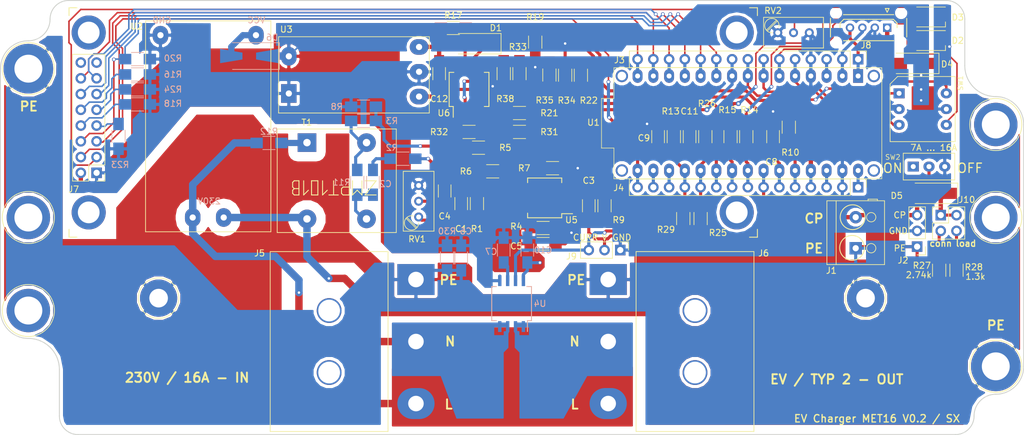
<source format=kicad_pcb>
(kicad_pcb (version 4) (host pcbnew 4.0.7-e2-6376~61~ubuntu18.04.1)
  (title_block (title ev-charger-met16) (date 2018-05-27) (rev 0.2) (company Manfred.Steiner@gmx.at))
  (layers (0 F.Cu signal) (31 B.Cu signal) (34 B.Paste user hide) (35 F.Paste user hide) (36 B.SilkS user) (37 F.SilkS user) (38 B.Mask user hide) (39 F.Mask user hide) (44 Edge.Cuts user))
  (net 0 "")
  (net 1 -12V)
  (net 2 GND)
  (net 3 +12V)
  (net 4 +5V)
  (net 5 /TxD)
  (net 6 /RxD)
  (net 7 /CP)
  (net 8 /VIN32)
  (net 9 /~RESET30~)
  (net 10 /A7)
  (net 11 /A6)
  (net 12 /A4)
  (net 13 /A3)
  (net 14 /A2)
  (net 15 /A1)
  (net 16 /REF)
  (net 17 /3V3)
  (net 18 /~RESET3~)
  (net 19 "Net-(D1-Pad2)")
  (net 20 "Net-(J7-Pad15)")
  (net 21 "Net-(J7-Pad16)")
  (net 22 /N)
  (net 23 /L)
  (net 24 "Net-(C2-Pad2)")
  (net 25 /NOUT)
  (net 26 "Net-(D2-Pad2)")
  (net 27 "Net-(D3-Pad2)")
  (net 28 /PE)
  (net 29 /A5)
  (net 30 "Net-(SW2-Pad1)")
  (net 31 PWM)
  (net 32 LCD4)
  (net 33 LCD5)
  (net 34 LCD6)
  (net 35 LCD7)
  (net 36 LCD-RS)
  (net 37 LCD-E)
  (net 38 LCD-RW)
  (net 39 /LCD2)
  (net 40 /LCD3)
  (net 41 /LCD0)
  (net 42 /LCD1)
  (net 43 /VEE)
  (net 44 /D2)
  (net 45 /D3)
  (net 46 /D4)
  (net 47 /D5)
  (net 48 /A0)
  (net 49 "Net-(D4-Pad2)")
  (net 50 /MVOLT)
  (net 51 /MCURR)
  (net 52 "Net-(J10-Pad3)")
  (net 53 "Net-(J10-Pad4)")
  (net 54 "Net-(D5-Pad1)")
  (net 55 "Net-(D6-Pad2)")
  (net 56 "Net-(C7-Pad2)")
  (net 57 "Net-(R11-Pad1)")
  (net 58 "Net-(R12-Pad1)")
  (net 59 "Net-(R3-Pad1)")
  (net 60 "Net-(C1-Pad1)")
  (net 61 "Net-(C1-Pad2)")
  (net 62 "Net-(C2-Pad1)")
  (net 63 "Net-(C3-Pad2)")
  (net 64 "Net-(C4-Pad1)")
  (net 65 "Net-(C4-Pad2)")
  (net 66 "Net-(R4-Pad1)")
  (net 67 "Net-(R32-Pad2)")
  (net 68 "Net-(R31-Pad2)")
  (net 69 "Net-(R33-Pad2)")
  (net 70 "Net-(R34-Pad2)")
  (module Project:SW_DIP_x3_W7.62mm_PT65-501 (layer F.Cu) (at 200.406 69.977)
    (fp_text reference SW1 (at 9.906 -1.651 90) (layer F.SilkS) (effects (font (size 0.8 0.8) (thickness 0.1))))
    (fp_text value SW_PT65-501 hide)
    (pad 1 thru_hole rect (at 0 0) (size 1.8 1.6) (drill 0.8) (layers *.Cu *.Mask) (net 44 /D2))
    (pad 2 thru_hole oval (at 0 2.54) (size 1.8 1.6) (drill 0.8) (layers *.Cu *.Mask) (net 2 GND))
    (pad 4 thru_hole oval (at 7.62 5.08) (size 1.8 1.6) (drill 0.8) (layers *.Cu *.Mask) (net 45 /D3))
    (pad 3 thru_hole oval (at 0 5.08) (size 1.8 1.6) (drill 0.8) (layers *.Cu *.Mask) (net 46 /D4))
    (pad 5 thru_hole oval (at 7.62 2.54) (size 1.8 1.6) (drill 0.8) (layers *.Cu *.Mask) (net 2 GND))
    (pad 6 thru_hole oval (at 7.62 0) (size 1.8 1.6) (drill 0.8) (layers *.Cu *.Mask) (net 47 /D5))
  )
  (module Resistors_SMD:R_1206_HandSoldering (layer F.Cu) (at 128.524 59.436)
    (fp_text reference R17 (at 0 -2.032) (layer F.SilkS))
    (fp_text value 33k hide)
    (pad 1 smd rect (at -2 0) (size 2 1.7) (layers F.Cu F.Paste F.Mask) (net 3 +12V))
    (pad 2 smd rect (at 2 0) (size 2 1.7) (layers F.Cu F.Paste F.Mask) (net 10 /A7))
  )
  (module Capacitors_SMD:C_1206_HandSoldering (layer F.Cu) (at 166.624 76.962 90)
    (fp_text reference C11 (at 4.096 0 180) (layer F.SilkS))
    (fp_text value 100n hide)
    (pad 1 smd rect (at -2 0 90) (size 2 1.6) (layers F.Cu F.Paste F.Mask) (net 15 /A1))
    (pad 2 smd rect (at 2 0 90) (size 2 1.6) (layers F.Cu F.Paste F.Mask) (net 2 GND))
  )
  (module MyFootprints:M4-8-Copper (layer F.Cu) (at 216 114)
    (fp_text reference REF** hide)
    (fp_text value M4 hide)
    (pad 2 thru_hole circle (at 0 0) (size 8 8) (drill 4.5) (layers *.Cu *.Mask) (net 28 /PE))
  )
  (module Resistors_SMD:R_1206_HandSoldering (layer F.Cu) (at 132.588 78.74 180)
    (fp_text reference R5 (at -4.318 0 180) (layer F.SilkS))
    (fp_text value 1k hide)
    (pad 1 smd rect (at -2 0 180) (size 2 1.7) (layers F.Cu F.Paste F.Mask) (net 7 /CP))
    (pad 2 smd rect (at 2 0 180) (size 2 1.7) (layers F.Cu F.Paste F.Mask) (net 67 "Net-(R32-Pad2)"))
  )
  (module MyFootprints:M4-8-Copper (layer F.Cu) (at 60 90)
    (fp_text reference REF** hide)
    (fp_text value M4 hide)
    (pad "" np_thru_hole circle (at 0 0) (size 7 7) (drill 4.5) (layers *.Cu *.Mask))
  )
  (module MyFootprints:M4-8-Copper (layer F.Cu) (at 216 90)
    (fp_text reference REF** hide)
    (fp_text value M4 hide)
    (pad "" np_thru_hole circle (at 0 0) (size 7 7) (drill 4.5) (layers *.Cu *.Mask))
  )
  (module MyFootprints:M4-8-Copper (layer F.Cu) (at 60 105)
    (fp_text reference REF** hide)
    (fp_text value M4 hide)
    (pad "" np_thru_hole circle (at 0 0) (size 7 7) (drill 4.5) (layers *.Cu *.Mask))
  )
  (module MyFootprints:M4-8-Copper (layer F.Cu) (at 216 75)
    (fp_text reference REF** hide)
    (fp_text value M4 hide)
    (pad "" np_thru_hole circle (at 0 0) (size 7 7) (drill 4.5) (layers *.Cu *.Mask))
  )
  (module MyFootprints:M4-8-Copper (layer F.Cu) (at 60 66)
    (fp_text reference REF** hide)
    (fp_text value M4 hide)
    (pad 1 thru_hole circle (at 0 0) (size 8 8) (drill 4.5) (layers *.Cu *.Mask) (net 28 /PE))
  )
  (module Resistors_SMD:R_1206_HandSoldering (layer F.Cu) (at 139.192 66.802 90)
    (fp_text reference R33 (at 4.318 -0.254 180) (layer F.SilkS))
    (fp_text value 100k hide)
    (pad 1 smd rect (at -2 0 90) (size 2 1.7) (layers F.Cu F.Paste F.Mask) (net 7 /CP))
    (pad 2 smd rect (at 2 0 90) (size 2 1.7) (layers F.Cu F.Paste F.Mask) (net 69 "Net-(R33-Pad2)"))
  )
  (module Resistors_SMD:R_1206_HandSoldering (layer F.Cu) (at 136.652 66.802 270)
    (fp_text reference R38 (at 4.064 -0.254 360) (layer F.SilkS))
    (fp_text value 10k hide)
    (pad 1 smd rect (at -2 0 270) (size 2 1.7) (layers F.Cu F.Paste F.Mask) (net 69 "Net-(R33-Pad2)"))
    (pad 2 smd rect (at 2 0 270) (size 2 1.7) (layers F.Cu F.Paste F.Mask) (net 2 GND))
  )
  (module Resistors_SMD:R_1206_HandSoldering (layer F.Cu) (at 182.626 75.438 90)
    (fp_text reference R10 (at -4.064 0.254 180) (layer F.SilkS))
    (fp_text value 10k hide)
    (pad 1 smd rect (at -2 0 90) (size 2 1.7) (layers F.Cu F.Paste F.Mask) (net 11 /A6))
    (pad 2 smd rect (at 2 0 90) (size 2 1.7) (layers F.Cu F.Paste F.Mask) (net 2 GND))
  )
  (module MyFootprints:LCD-Sure-shifted-064 (layer F.Cu) (at 71 82.373)
    (fp_text reference J7 (at -3.691 3.082) (layer F.SilkS))
    (fp_text value LCD-Sure hide)
    (pad "" np_thru_hole oval (at 103.23 -22.2) (size 5.5 5.5) (drill 3.5) (layers *.Cu *.Mask))
    (pad "" np_thru_hole oval (at 103.23 6.8) (size 5.5 5.5) (drill 3.5) (layers *.Cu *.Mask))
    (pad "" np_thru_hole oval (at -1.27 6.8) (size 5.5 5.5) (drill 3.5) (layers *.Cu *.Mask))
    (pad 15 thru_hole oval (at 0 -17.36) (size 1.7 1.7) (drill 1) (layers *.Cu *.Mask) (net 20 "Net-(J7-Pad15)"))
    (pad 16 thru_hole oval (at -2.54 -17.36) (size 1.7 1.7) (drill 1) (layers *.Cu *.Mask) (net 21 "Net-(J7-Pad16)"))
    (pad 13 thru_hole oval (at 0 -14.82) (size 1.7 1.7) (drill 1) (layers *.Cu *.Mask) (net 34 LCD6))
    (pad 14 thru_hole oval (at -2.54 -14.82) (size 1.7 1.7) (drill 1) (layers *.Cu *.Mask) (net 35 LCD7))
    (pad 11 thru_hole oval (at 0 -12.28) (size 1.7 1.7) (drill 1) (layers *.Cu *.Mask) (net 32 LCD4))
    (pad 12 thru_hole oval (at -2.54 -12.28) (size 1.7 1.7) (drill 1) (layers *.Cu *.Mask) (net 33 LCD5))
    (pad 9 thru_hole oval (at 0 -9.74) (size 1.7 1.7) (drill 1) (layers *.Cu *.Mask) (net 39 /LCD2))
    (pad 10 thru_hole oval (at -2.54 -9.74) (size 1.7 1.7) (drill 1) (layers *.Cu *.Mask) (net 40 /LCD3))
    (pad 7 thru_hole oval (at 0 -7.2) (size 1.7 1.7) (drill 1) (layers *.Cu *.Mask) (net 41 /LCD0))
    (pad 8 thru_hole oval (at -2.54 -7.2) (size 1.7 1.7) (drill 1) (layers *.Cu *.Mask) (net 42 /LCD1))
    (pad 5 thru_hole oval (at 0 -4.66) (size 1.7 1.7) (drill 1) (layers *.Cu *.Mask) (net 38 LCD-RW))
    (pad 6 thru_hole oval (at -2.54 -4.66) (size 1.7 1.7) (drill 1) (layers *.Cu *.Mask) (net 37 LCD-E))
    (pad 3 thru_hole oval (at 0 -2.12) (size 1.7 1.7) (drill 1) (layers *.Cu *.Mask) (net 43 /VEE))
    (pad 4 thru_hole oval (at -2.54 -2.12) (size 1.7 1.7) (drill 1) (layers *.Cu *.Mask) (net 36 LCD-RS))
    (pad 1 thru_hole rect (at 0 0.42) (size 1.7 1.7) (drill 1) (layers *.Cu *.Mask) (net 2 GND))
    (pad 2 thru_hole oval (at -2.54 0.42) (size 1.7 1.7) (drill 1) (layers *.Cu *.Mask) (net 4 +5V))
    (pad "" np_thru_hole oval (at -1.27 -22.2) (size 5.5 5.5) (drill 3.5) (layers *.Cu *.Mask))
  )
  (module Resistors_SMD:R_1206_HandSoldering (layer B.Cu) (at 127.508 96.52 90)
    (fp_text reference R30 (at 4.318 0 180) (layer B.SilkS) (effects (justify mirror)))
    (fp_text value 0R hide)
    (pad 1 smd rect (at -2 0 90) (size 2 1.7) (layers B.Cu B.Paste B.Mask) (net 28 /PE))
    (pad 2 smd rect (at 2 0 90) (size 2 1.7) (layers B.Cu B.Paste B.Mask) (net 2 GND))
  )
  (module Capacitors_SMD:C_1206_HandSoldering (layer B.Cu) (at 136.652 95.25 270)
    (fp_text reference C7 (at 0.254 2.032 360) (layer B.SilkS) (effects (justify mirror)))
    (fp_text value 1n hide)
    (pad 1 smd rect (at -2 0 270) (size 2 1.6) (layers B.Cu B.Paste B.Mask) (net 2 GND))
    (pad 2 smd rect (at 2 0 270) (size 2 1.6) (layers B.Cu B.Paste B.Mask) (net 56 "Net-(C7-Pad2)"))
  )
  (module Capacitors_SMD:C_1206_HandSoldering (layer B.Cu) (at 140.462 95.25 270)
    (fp_text reference C10 (at 0 -2.54 360) (layer B.SilkS) (effects (justify mirror)))
    (fp_text value 100n hide)
    (pad 1 smd rect (at -2 0 270) (size 2 1.6) (layers B.Cu B.Paste B.Mask) (net 2 GND))
    (pad 2 smd rect (at 2 0 270) (size 2 1.6) (layers B.Cu B.Paste B.Mask) (net 4 +5V))
  )
  (module Capacitors_SMD:C_1206_HandSoldering (layer F.Cu) (at 161.544 76.962 90)
    (fp_text reference C9 (at -0.222 -2.286 180) (layer F.SilkS))
    (fp_text value 100n hide)
    (pad 1 smd rect (at -2 0 90) (size 2 1.6) (layers F.Cu F.Paste F.Mask) (net 48 /A0))
    (pad 2 smd rect (at 2 0 90) (size 2 1.6) (layers F.Cu F.Paste F.Mask) (net 2 GND))
  )
  (module Resistors_SMD:R_1206_HandSoldering (layer F.Cu) (at 165.608 90.17 90)
    (fp_text reference R29 (at -1.778 -2.794 180) (layer F.SilkS))
    (fp_text value 3k3 hide)
    (pad 1 smd rect (at -2 0 90) (size 2 1.7) (layers F.Cu F.Paste F.Mask) (net 51 /MCURR))
    (pad 2 smd rect (at 2 0 90) (size 2 1.7) (layers F.Cu F.Paste F.Mask) (net 48 /A0))
  )
  (module Resistors_SMD:R_1206_HandSoldering (layer F.Cu) (at 164.084 76.962 90)
    (fp_text reference R13 (at 4.096 -0.508 360) (layer F.SilkS))
    (fp_text value 10k hide)
    (pad 1 smd rect (at -2 0 90) (size 2 1.7) (layers F.Cu F.Paste F.Mask) (net 48 /A0))
    (pad 2 smd rect (at 2 0 90) (size 2 1.7) (layers F.Cu F.Paste F.Mask) (net 2 GND))
  )
  (module Housings_SOIC:SO-8_5.3x6.2mm_Pitch1.27mm (layer B.Cu) (at 137.922 103.886 90)
    (fp_text reference U4 (at 0 4.572 360) (layer B.SilkS) (effects (justify mirror)))
    (fp_text value ACS712 hide)
    (pad 1 smd rect (at -3.7 1.905 90) (size 1.75 0.55) (layers B.Cu B.Paste B.Mask) (net 25 /NOUT) (clearance 0.1))
    (pad 2 smd rect (at -3.7 0.635 90) (size 1.75 0.55) (layers B.Cu B.Paste B.Mask) (net 25 /NOUT) (clearance 0.1))
    (pad 3 smd rect (at -3.7 -0.635 90) (size 1.75 0.55) (layers B.Cu B.Paste B.Mask) (net 22 /N) (clearance 0.1))
    (pad 4 smd rect (at -3.7 -1.905 90) (size 1.75 0.55) (layers B.Cu B.Paste B.Mask) (net 22 /N) (clearance 0.1))
    (pad 5 smd rect (at 3.7 -1.905 90) (size 1.75 0.55) (layers B.Cu B.Paste B.Mask) (net 2 GND))
    (pad 6 smd rect (at 3.7 -0.635 90) (size 1.75 0.55) (layers B.Cu B.Paste B.Mask) (net 56 "Net-(C7-Pad2)"))
    (pad 7 smd rect (at 3.7 0.635 90) (size 1.75 0.55) (layers B.Cu B.Paste B.Mask) (net 51 /MCURR))
    (pad 8 smd rect (at 3.7 1.905 90) (size 1.75 0.55) (layers B.Cu B.Paste B.Mask) (net 4 +5V))
  )
  (module LEDs:LED_PLCC-2 (layer F.Cu) (at 205.486 61.468 180)
    (fp_text reference D2 (at -4.3815 0 180) (layer F.SilkS))
    (fp_text value rot hide)
    (pad 1 smd rect (at -1.5 0 180) (size 1.5 2.6) (layers F.Cu F.Paste F.Mask) (net 2 GND))
    (pad 2 smd rect (at 1.5 0 180) (size 1.5 2.6) (layers F.Cu F.Paste F.Mask) (net 26 "Net-(D2-Pad2)"))
  )
  (module LEDs:LED_PLCC-2 (layer F.Cu) (at 205.486 57.658 180)
    (fp_text reference D3 (at -4.3815 -0.0635 180) (layer F.SilkS))
    (fp_text value grün hide)
    (pad 1 smd rect (at -1.5 0 180) (size 1.5 2.6) (layers F.Cu F.Paste F.Mask) (net 2 GND))
    (pad 2 smd rect (at 1.5 0 180) (size 1.5 2.6) (layers F.Cu F.Paste F.Mask) (net 27 "Net-(D3-Pad2)"))
  )
  (module Resistors_SMD:R_1206_HandSoldering (layer F.Cu) (at 175.768 76.962 270)
    (fp_text reference R14 (at -4.318 -0.508 360) (layer F.SilkS))
    (fp_text value 2k7 hide)
    (pad 1 smd rect (at -2 0 270) (size 2 1.7) (layers F.Cu F.Paste F.Mask) (net 26 "Net-(D2-Pad2)"))
    (pad 2 smd rect (at 2 0 270) (size 2 1.7) (layers F.Cu F.Paste F.Mask) (net 12 /A4))
  )
  (module Resistors_SMD:R_1206_HandSoldering (layer F.Cu) (at 173.228 76.962 270)
    (fp_text reference R15 (at -4.318 0.508 360) (layer F.SilkS))
    (fp_text value 2k7 hide)
    (pad 1 smd rect (at -2 0 270) (size 2 1.7) (layers F.Cu F.Paste F.Mask) (net 27 "Net-(D3-Pad2)"))
    (pad 2 smd rect (at 2 0 270) (size 2 1.7) (layers F.Cu F.Paste F.Mask) (net 13 /A3))
  )
  (module Resistors_SMD:R_1206_HandSoldering (layer B.Cu) (at 77.597 66.929 180)
    (fp_text reference R16 (at -5.715 0 180) (layer B.SilkS) (effects (justify mirror)))
    (fp_text value 0R hide)
    (pad 1 smd rect (at -2 0 180) (size 2 1.7) (layers B.Cu B.Paste B.Mask) (net 2 GND))
    (pad 2 smd rect (at 2 0 180) (size 2 1.7) (layers B.Cu B.Paste B.Mask) (net 40 /LCD3))
  )
  (module Resistors_SMD:R_1206_HandSoldering (layer B.Cu) (at 77.597 71.755 180)
    (fp_text reference R18 (at -5.715 0.127 180) (layer B.SilkS) (effects (justify mirror)))
    (fp_text value 0R hide)
    (pad 1 smd rect (at -2 0 180) (size 2 1.7) (layers B.Cu B.Paste B.Mask) (net 2 GND))
    (pad 2 smd rect (at 2 0 180) (size 2 1.7) (layers B.Cu B.Paste B.Mask) (net 42 /LCD1))
  )
  (module Resistors_SMD:R_1206_HandSoldering (layer F.Cu) (at 141.732 61.722 270)
    (fp_text reference R19 (at -4.064 0 360) (layer F.SilkS))
    (fp_text value 2k2 hide)
    (pad 1 smd rect (at -2 0 270) (size 2 1.7) (layers F.Cu F.Paste F.Mask) (net 10 /A7))
    (pad 2 smd rect (at 2 0 270) (size 2 1.7) (layers F.Cu F.Paste F.Mask) (net 2 GND))
  )
  (module Resistors_SMD:R_1206_HandSoldering (layer B.Cu) (at 77.597 64.4525)
    (fp_text reference R20 (at 5.715 -0.127) (layer B.SilkS) (effects (justify mirror)))
    (fp_text value 100k hide)
    (pad 1 smd rect (at -2 0) (size 2 1.7) (layers B.Cu B.Paste B.Mask) (net 37 LCD-E))
    (pad 2 smd rect (at 2 0) (size 2 1.7) (layers B.Cu B.Paste B.Mask) (net 2 GND))
  )
  (module Resistors_SMD:R_1206_HandSoldering (layer F.Cu) (at 139.192 73.152)
    (fp_text reference R21 (at 4.826 0) (layer F.SilkS))
    (fp_text value 39k hide)
    (pad 1 smd rect (at -2 0) (size 2 1.7) (layers F.Cu F.Paste F.Mask) (net 1 -12V))
    (pad 2 smd rect (at 2 0) (size 2 1.7) (layers F.Cu F.Paste F.Mask) (net 14 /A2))
  )
  (module Resistors_SMD:R_1206_HandSoldering (layer F.Cu) (at 149.098 67.056 270)
    (fp_text reference R22 (at 4.064 -1.27 540) (layer F.SilkS))
    (fp_text value 15k hide)
    (pad 1 smd rect (at -2 0 270) (size 2 1.7) (layers F.Cu F.Paste F.Mask) (net 4 +5V))
    (pad 2 smd rect (at 2 0 270) (size 2 1.7) (layers F.Cu F.Paste F.Mask) (net 14 /A2))
  )
  (module Resistors_SMD:R_1206_HandSoldering (layer B.Cu) (at 74.538 76.916 90)
    (fp_text reference R23 (at -4.572 0.254 180) (layer B.SilkS) (effects (justify mirror)))
    (fp_text value 0R hide)
    (pad 1 smd rect (at -2 0 90) (size 2 1.7) (layers B.Cu B.Paste B.Mask) (net 2 GND))
    (pad 2 smd rect (at 2 0 90) (size 2 1.7) (layers B.Cu B.Paste B.Mask) (net 41 /LCD0))
  )
  (module Resistors_SMD:R_1206_HandSoldering (layer B.Cu) (at 77.597 69.342 180)
    (fp_text reference R24 (at -5.715 0 180) (layer B.SilkS) (effects (justify mirror)))
    (fp_text value 0R hide)
    (pad 1 smd rect (at -2 0 180) (size 2 1.7) (layers B.Cu B.Paste B.Mask) (net 2 GND))
    (pad 2 smd rect (at 2 0 180) (size 2 1.7) (layers B.Cu B.Paste B.Mask) (net 39 /LCD2))
  )
  (module Resistors_SMD:R_1206_HandSoldering (layer F.Cu) (at 168.402 90.17 90)
    (fp_text reference R25 (at -2.286 2.794 360) (layer F.SilkS))
    (fp_text value 3k3 hide)
    (pad 1 smd rect (at -2 0 90) (size 2 1.7) (layers F.Cu F.Paste F.Mask) (net 50 /MVOLT))
    (pad 2 smd rect (at 2 0 90) (size 2 1.7) (layers F.Cu F.Paste F.Mask) (net 15 /A1))
  )
  (module Resistors_SMD:R_1206_HandSoldering (layer F.Cu) (at 169.164 76.962 90)
    (fp_text reference R26 (at 5.334 0.254 180) (layer F.SilkS))
    (fp_text value 10k hide)
    (pad 1 smd rect (at -2 0 90) (size 2 1.7) (layers F.Cu F.Paste F.Mask) (net 15 /A1))
    (pad 2 smd rect (at 2 0 90) (size 2 1.7) (layers F.Cu F.Paste F.Mask) (net 2 GND))
  )
  (module MyFootprints:M3 (layer F.Cu) (at 81 103)
    (fp_text reference REF** hide)
    (fp_text value M3 hide)
    (pad "" thru_hole circle (at 0 0) (size 6 6) (drill 3) (layers *.Cu *.Mask) (net 28 /PE))
  )
  (module MyFootprints:M3 (layer F.Cu) (at 195 103)
    (fp_text reference REF** hide)
    (fp_text value M3 hide)
    (pad "" thru_hole circle (at 0 0) (size 6 6) (drill 3) (layers *.Cu *.Mask) (net 28 /PE))
  )
  (module MyFootprints:SW-ebay-171865305033 (layer F.Cu) (at 205.232 81.788)
    (fp_text reference SW2 (at -5.842 -1.524) (layer F.SilkS) (effects (font (size 0.8 0.8) (thickness 0.1))))
    (fp_text value SW_DPDT_x2 hide)
    (pad 1 thru_hole rect (at -2.54 0) (size 1.8 1.6) (drill 0.8) (layers *.Cu *.Mask) (net 30 "Net-(SW2-Pad1)"))
    (pad 2 thru_hole oval (at 0 0) (size 1.8 1.6) (drill 0.8) (layers *.Cu *.Mask) (net 29 /A5))
    (pad 3 thru_hole oval (at 2.54 0) (size 1.8 1.6) (drill 0.8) (layers *.Cu *.Mask) (net 2 GND))
  )
  (module Pin_Headers:Pin_Header_Straight_1x15_Pitch2.54mm (layer F.Cu) (at 193.8 64.48 270)
    (fp_text reference J3 (at 0.127 38.479 360) (layer F.SilkS))
    (fp_text value Conn_01x15 hide)
    (pad 1 thru_hole rect (at 0 0 270) (size 1.7 1.7) (drill 1) (layers *.Cu *.Mask) (net 5 /TxD))
    (pad 2 thru_hole oval (at 0 2.54 270) (size 1.7 1.7) (drill 1) (layers *.Cu *.Mask) (net 6 /RxD))
    (pad 3 thru_hole oval (at 0 5.08 270) (size 1.7 1.7) (drill 1) (layers *.Cu *.Mask) (net 18 /~RESET3~))
    (pad 4 thru_hole oval (at 0 7.62 270) (size 1.7 1.7) (drill 1) (layers *.Cu *.Mask) (net 2 GND))
    (pad 5 thru_hole oval (at 0 10.16 270) (size 1.7 1.7) (drill 1) (layers *.Cu *.Mask) (net 44 /D2))
    (pad 6 thru_hole oval (at 0 12.7 270) (size 1.7 1.7) (drill 1) (layers *.Cu *.Mask) (net 45 /D3))
    (pad 7 thru_hole oval (at 0 15.24 270) (size 1.7 1.7) (drill 1) (layers *.Cu *.Mask) (net 46 /D4))
    (pad 8 thru_hole oval (at 0 17.78 270) (size 1.7 1.7) (drill 1) (layers *.Cu *.Mask) (net 47 /D5))
    (pad 9 thru_hole oval (at 0 20.32 270) (size 1.7 1.7) (drill 1) (layers *.Cu *.Mask) (net 31 PWM))
    (pad 10 thru_hole oval (at 0 22.86 270) (size 1.7 1.7) (drill 1) (layers *.Cu *.Mask) (net 37 LCD-E))
    (pad 11 thru_hole oval (at 0 25.4 270) (size 1.7 1.7) (drill 1) (layers *.Cu *.Mask) (net 32 LCD4))
    (pad 12 thru_hole oval (at 0 27.94 270) (size 1.7 1.7) (drill 1) (layers *.Cu *.Mask) (net 33 LCD5))
    (pad 13 thru_hole oval (at 0 30.48 270) (size 1.7 1.7) (drill 1) (layers *.Cu *.Mask) (net 34 LCD6))
    (pad 14 thru_hole oval (at 0 33.02 270) (size 1.7 1.7) (drill 1) (layers *.Cu *.Mask) (net 35 LCD7))
    (pad 15 thru_hole oval (at 0 35.56 270) (size 1.7 1.7) (drill 1) (layers *.Cu *.Mask) (net 38 LCD-RW))
  )
  (module Pin_Headers:Pin_Header_Straight_1x15_Pitch2.54mm (layer F.Cu) (at 193.8 85.12 270)
    (fp_text reference J4 (at 0.0985 38.606 360) (layer F.SilkS))
    (fp_text value Conn_01x15 hide)
    (pad 1 thru_hole rect (at 0 0 270) (size 1.7 1.7) (drill 1) (layers *.Cu *.Mask) (net 8 /VIN32))
    (pad 2 thru_hole oval (at 0 2.54 270) (size 1.7 1.7) (drill 1) (layers *.Cu *.Mask) (net 2 GND))
    (pad 3 thru_hole oval (at 0 5.08 270) (size 1.7 1.7) (drill 1) (layers *.Cu *.Mask) (net 9 /~RESET30~))
    (pad 4 thru_hole oval (at 0 7.62 270) (size 1.7 1.7) (drill 1) (layers *.Cu *.Mask) (net 4 +5V))
    (pad 5 thru_hole oval (at 0 10.16 270) (size 1.7 1.7) (drill 1) (layers *.Cu *.Mask) (net 10 /A7))
    (pad 6 thru_hole oval (at 0 12.7 270) (size 1.7 1.7) (drill 1) (layers *.Cu *.Mask) (net 11 /A6))
    (pad 7 thru_hole oval (at 0 15.24 270) (size 1.7 1.7) (drill 1) (layers *.Cu *.Mask) (net 29 /A5))
    (pad 8 thru_hole oval (at 0 17.78 270) (size 1.7 1.7) (drill 1) (layers *.Cu *.Mask) (net 12 /A4))
    (pad 9 thru_hole oval (at 0 20.32 270) (size 1.7 1.7) (drill 1) (layers *.Cu *.Mask) (net 13 /A3))
    (pad 10 thru_hole oval (at 0 22.86 270) (size 1.7 1.7) (drill 1) (layers *.Cu *.Mask) (net 14 /A2))
    (pad 11 thru_hole oval (at 0 25.4 270) (size 1.7 1.7) (drill 1) (layers *.Cu *.Mask) (net 15 /A1))
    (pad 12 thru_hole oval (at 0 27.94 270) (size 1.7 1.7) (drill 1) (layers *.Cu *.Mask) (net 48 /A0))
    (pad 13 thru_hole oval (at 0 30.48 270) (size 1.7 1.7) (drill 1) (layers *.Cu *.Mask) (net 16 /REF))
    (pad 14 thru_hole oval (at 0 33.02 270) (size 1.7 1.7) (drill 1) (layers *.Cu *.Mask) (net 17 /3V3))
    (pad 15 thru_hole oval (at 0 35.56 270) (size 1.7 1.7) (drill 1) (layers *.Cu *.Mask) (net 36 LCD-RS))
  )
  (module Connectors_Harwin:Harwin_LTek-Male_04x2.00mm_Straight_StrainRelief (layer F.Cu) (at 198.49 59.39 180)
    (fp_text reference J8 (at 3.418 -2.84 180) (layer F.SilkS))
    (fp_text value UART-Harwin4 hide)
    (pad 1 thru_hole rect (at 0 0 180) (size 1.35 1.35) (drill 0.8) (layers *.Cu *.Mask) (net 49 "Net-(D4-Pad2)"))
    (pad 2 thru_hole circle (at 2 0 180) (size 1.35 1.35) (drill 0.8) (layers *.Cu *.Mask) (net 2 GND))
    (pad 3 thru_hole circle (at 4 0 180) (size 1.35 1.35) (drill 0.8) (layers *.Cu *.Mask) (net 6 /RxD))
    (pad 4 thru_hole circle (at 6 0 180) (size 1.35 1.35) (drill 0.8) (layers *.Cu *.Mask) (net 5 /TxD))
    (pad "" np_thru_hole circle (at -2.25 -2.375 180) (size 0.95 0.95) (drill 0.95) (layers *.Cu *.Mask))
    (pad "" np_thru_hole circle (at -2.25 2.375 180) (size 0.95 0.95) (drill 0.95) (layers *.Cu *.Mask))
    (pad "" np_thru_hole circle (at 8.25 -2.375 180) (size 0.95 0.95) (drill 0.95) (layers *.Cu *.Mask))
    (pad "" np_thru_hole circle (at 8.25 2.375 180) (size 0.95 0.95) (drill 0.95) (layers *.Cu *.Mask))
  )
  (module Capacitors_SMD:C_1206_HandSoldering (layer B.Cu) (at 129.794 96.52 90)
    (fp_text reference C6 (at 4.318 0.762 360) (layer B.SilkS) (effects (justify mirror)))
    (fp_text value 100n hide)
    (pad 1 smd rect (at -2 0 90) (size 2 1.6) (layers B.Cu B.Paste B.Mask) (net 28 /PE))
    (pad 2 smd rect (at 2 0 90) (size 2 1.6) (layers B.Cu B.Paste B.Mask) (net 2 GND))
  )
  (module Pin_Headers:Pin_Header_Straight_1x03_Pitch2.54mm (layer F.Cu) (at 203.316 94.696 180)
    (fp_text reference J2 (at 2.275 -2.205 180) (layer F.SilkS))
    (fp_text value Conn_01x03 hide)
    (pad 1 thru_hole rect (at 0 0 180) (size 1.7 1.7) (drill 1) (layers *.Cu *.Mask) (net 28 /PE) (clearance 0.6))
    (pad 2 thru_hole oval (at 0 2.54 180) (size 1.7 1.7) (drill 1) (layers *.Cu *.Mask) (net 2 GND))
    (pad 3 thru_hole oval (at 0 5.08 180) (size 1.7 1.7) (drill 1) (layers *.Cu *.Mask) (net 7 /CP))
  )
  (module Pin_Headers:Pin_Header_Straight_1x03_Pitch2.54mm (layer F.Cu) (at 155.448 95.25 270)
    (fp_text reference J9 (at 1.016 7.874 360) (layer F.SilkS))
    (fp_text value Conn_01x03 hide)
    (pad 1 thru_hole rect (at 0 0 270) (size 1.7 1.7) (drill 1) (layers *.Cu *.Mask) (net 2 GND))
    (pad 2 thru_hole oval (at 0 2.54 270) (size 1.7 1.7) (drill 1) (layers *.Cu *.Mask) (net 50 /MVOLT))
    (pad 3 thru_hole oval (at 0 5.08 270) (size 1.7 1.7) (drill 1) (layers *.Cu *.Mask) (net 51 /MCURR))
  )
  (module Pin_Headers:Pin_Header_Straight_2x02_Pitch2.54mm (layer F.Cu) (at 207.126 89.616)
    (fp_text reference J10 (at 4.202 -2.494) (layer F.SilkS))
    (fp_text value Conn_02x02_Counter_Clockwise hide)
    (pad 1 thru_hole rect (at 0 0) (size 1.7 1.7) (drill 1) (layers *.Cu *.Mask) (net 54 "Net-(D5-Pad1)"))
    (pad 2 thru_hole oval (at 2.54 0) (size 1.7 1.7) (drill 1) (layers *.Cu *.Mask) (net 54 "Net-(D5-Pad1)"))
    (pad 3 thru_hole oval (at 0 2.54) (size 1.7 1.7) (drill 1) (layers *.Cu *.Mask) (net 52 "Net-(J10-Pad3)"))
    (pad 4 thru_hole oval (at 2.54 2.54) (size 1.7 1.7) (drill 1) (layers *.Cu *.Mask) (net 53 "Net-(J10-Pad4)"))
  )
  (module Resistors_SMD:R_1206_HandSoldering (layer F.Cu) (at 206.872 98.506 270)
    (fp_text reference R27 (at -0.762 2.794 360) (layer F.SilkS))
    (fp_text value 2.74k (at 0.762 3.302 360) (layer F.SilkS))
    (pad 1 smd rect (at -2 0 270) (size 2 1.7) (layers F.Cu F.Paste F.Mask) (net 52 "Net-(J10-Pad3)"))
    (pad 2 smd rect (at 2 0 270) (size 2 1.7) (layers F.Cu F.Paste F.Mask) (net 28 /PE))
  )
  (module Resistors_SMD:R_1206_HandSoldering (layer F.Cu) (at 209.666 98.506 270)
    (fp_text reference R28 (at -0.508 -2.794 360) (layer F.SilkS))
    (fp_text value 1.3k (at 1.016 -3.048 360) (layer F.SilkS))
    (pad 1 smd rect (at -2 0 270) (size 2 1.7) (layers F.Cu F.Paste F.Mask) (net 53 "Net-(J10-Pad4)"))
    (pad 2 smd rect (at 2 0 270) (size 2 1.7) (layers F.Cu F.Paste F.Mask) (net 28 /PE))
  )
  (module Diodes_SMD:D_SMA-SMB_Universal_Handsoldering (layer B.Cu) (at 95.62 63.962 180)
    (fp_text reference D6 (at -3.694 3.002 360) (layer B.SilkS) (effects (justify mirror)))
    (fp_text value D_Schottky hide)
    (pad 1 smd trapezoid (at -2.9 0 180) (size 3.6 1.7) (rect_delta 0.6 0) (layers B.Cu B.Paste B.Mask) (net 4 +5V))
    (pad 2 smd trapezoid (at 2.9 0) (size 3.6 1.7) (rect_delta 0.6 0) (layers B.Cu B.Paste B.Mask) (net 55 "Net-(D6-Pad2)"))
  )
  (module Capacitors_SMD:C_1206_HandSoldering (layer B.Cu) (at 115.57 84.328 270)
    (fp_text reference C2 (at 0.254 -2.032 360) (layer B.SilkS) (effects (justify mirror)))
    (fp_text value 1uF hide)
    (pad 1 smd rect (at -2 0 270) (size 2 1.6) (layers B.Cu B.Paste B.Mask) (net 62 "Net-(C2-Pad1)"))
    (pad 2 smd rect (at 2 0 270) (size 2 1.6) (layers B.Cu B.Paste B.Mask) (net 24 "Net-(C2-Pad2)"))
  )
  (module Capacitors_SMD:C_1206_HandSoldering (layer F.Cu) (at 129.794 87.757 90)
    (fp_text reference C1 (at -4.064 0 180) (layer F.SilkS))
    (fp_text value 1nF hide)
    (pad 1 smd rect (at -2 0 90) (size 2 1.6) (layers F.Cu F.Paste F.Mask) (net 60 "Net-(C1-Pad1)"))
    (pad 2 smd rect (at 2 0 90) (size 2 1.6) (layers F.Cu F.Paste F.Mask) (net 61 "Net-(C1-Pad2)"))
  )
  (module Capacitors_SMD:C_1206_HandSoldering (layer F.Cu) (at 127.127 85.725 270)
    (fp_text reference C4 (at 4.064 0 360) (layer F.SilkS))
    (fp_text value 1uF hide)
    (pad 1 smd rect (at -2 0 270) (size 2 1.6) (layers F.Cu F.Paste F.Mask) (net 64 "Net-(C4-Pad1)"))
    (pad 2 smd rect (at 2 0 270) (size 2 1.6) (layers F.Cu F.Paste F.Mask) (net 65 "Net-(C4-Pad2)"))
  )
  (module Capacitors_SMD:C_1206_HandSoldering (layer F.Cu) (at 150.368 88.106 90)
    (fp_text reference C3 (at 4.064 0 360) (layer F.SilkS))
    (fp_text value 1nF hide)
    (pad 1 smd rect (at -2 0 90) (size 2 1.6) (layers F.Cu F.Paste F.Mask) (net 50 /MVOLT))
    (pad 2 smd rect (at 2 0 90) (size 2 1.6) (layers F.Cu F.Paste F.Mask) (net 63 "Net-(C3-Pad2)"))
  )
  (module Capacitors_SMD:C_1206_HandSoldering (layer F.Cu) (at 143.002 94.234)
    (fp_text reference C5 (at -4.318 0.381 180) (layer F.SilkS))
    (fp_text value 22nF hide)
    (pad 1 smd rect (at -2 0) (size 2 1.6) (layers F.Cu F.Paste F.Mask) (net 4 +5V))
    (pad 2 smd rect (at 2 0) (size 2 1.6) (layers F.Cu F.Paste F.Mask) (net 2 GND))
  )
  (module Resistors_SMD:R_1206_HandSoldering (layer B.Cu) (at 98.806 77.978 180)
    (fp_text reference R12 (at 0 1.85 180) (layer B.SilkS) (effects (justify mirror)))
    (fp_text value 820k hide)
    (pad 1 smd rect (at -2 0 180) (size 2 1.7) (layers B.Cu B.Paste B.Mask) (net 58 "Net-(R12-Pad1)"))
    (pad 2 smd rect (at 2 0 180) (size 2 1.7) (layers B.Cu B.Paste B.Mask) (net 23 /L))
  )
  (module Resistors_SMD:R_1206_HandSoldering (layer B.Cu) (at 113.03 84.328 270)
    (fp_text reference R11 (at 0 2.54 360) (layer B.SilkS) (effects (justify mirror)))
    (fp_text value 100 hide)
    (pad 1 smd rect (at -2 0 270) (size 2 1.7) (layers B.Cu B.Paste B.Mask) (net 57 "Net-(R11-Pad1)"))
    (pad 2 smd rect (at 2 0 270) (size 2 1.7) (layers B.Cu B.Paste B.Mask) (net 24 "Net-(C2-Pad2)"))
  )
  (module Resistors_SMD:R_1206_HandSoldering (layer B.Cu) (at 120.396 80.518 180)
    (fp_text reference R2 (at 1.778 1.778 180) (layer B.SilkS) (effects (justify mirror)))
    (fp_text value 10k hide)
    (pad 1 smd rect (at -2 0 180) (size 2 1.7) (layers B.Cu B.Paste B.Mask) (net 61 "Net-(C1-Pad2)"))
    (pad 2 smd rect (at 2 0 180) (size 2 1.7) (layers B.Cu B.Paste B.Mask) (net 62 "Net-(C2-Pad1)"))
  )
  (module Resistors_SMD:R_1206_HandSoldering (layer B.Cu) (at 114.046 74.422 180)
    (fp_text reference R3 (at -4.572 0 180) (layer B.SilkS) (effects (justify mirror)))
    (fp_text value 10k hide)
    (pad 1 smd rect (at -2 0 180) (size 2 1.7) (layers B.Cu B.Paste B.Mask) (net 59 "Net-(R3-Pad1)"))
    (pad 2 smd rect (at 2 0 180) (size 2 1.7) (layers B.Cu B.Paste B.Mask) (net 57 "Net-(R11-Pad1)"))
  )
  (module Resistors_SMD:R_1206_HandSoldering (layer B.Cu) (at 114.046 72.136)
    (fp_text reference R8 (at -4.318 0) (layer B.SilkS) (effects (justify mirror)))
    (fp_text value 10k hide)
    (pad 1 smd rect (at -2 0) (size 2 1.7) (layers B.Cu B.Paste B.Mask) (net 2 GND))
    (pad 2 smd rect (at 2 0) (size 2 1.7) (layers B.Cu B.Paste B.Mask) (net 59 "Net-(R3-Pad1)"))
  )
  (module Resistors_SMD:R_1206_HandSoldering (layer F.Cu) (at 132.334 87.757 90)
    (fp_text reference R1 (at -4.064 0 180) (layer F.SilkS))
    (fp_text value 100k hide)
    (pad 1 smd rect (at -2 0 90) (size 2 1.7) (layers F.Cu F.Paste F.Mask) (net 60 "Net-(C1-Pad1)"))
    (pad 2 smd rect (at 2 0 90) (size 2 1.7) (layers F.Cu F.Paste F.Mask) (net 61 "Net-(C1-Pad2)"))
  )
  (module Resistors_SMD:R_1206_HandSoldering (layer F.Cu) (at 143.002 91.694 180)
    (fp_text reference R4 (at 4.318 0.254 360) (layer F.SilkS))
    (fp_text value 10k hide)
    (pad 1 smd rect (at -2 0 180) (size 2 1.7) (layers F.Cu F.Paste F.Mask) (net 66 "Net-(R4-Pad1)"))
    (pad 2 smd rect (at 2 0 180) (size 2 1.7) (layers F.Cu F.Paste F.Mask) (net 4 +5V))
  )
  (module Resistors_SMD:R_1206_HandSoldering (layer F.Cu) (at 144.526 82.042 180)
    (fp_text reference R7 (at 4.572 0 180) (layer F.SilkS))
    (fp_text value 10k hide)
    (pad 1 smd rect (at -2 0 180) (size 2 1.7) (layers F.Cu F.Paste F.Mask) (net 2 GND))
    (pad 2 smd rect (at 2 0 180) (size 2 1.7) (layers F.Cu F.Paste F.Mask) (net 66 "Net-(R4-Pad1)"))
  )
  (module Resistors_SMD:R_1206_HandSoldering (layer F.Cu) (at 134.874 82.55 180)
    (fp_text reference R6 (at 4.318 0 180) (layer F.SilkS))
    (fp_text value 10k hide)
    (pad 1 smd rect (at -2 0 180) (size 2 1.7) (layers F.Cu F.Paste F.Mask) (net 63 "Net-(C3-Pad2)"))
    (pad 2 smd rect (at 2 0 180) (size 2 1.7) (layers F.Cu F.Paste F.Mask) (net 64 "Net-(C4-Pad1)"))
  )
  (module Resistors_SMD:R_1206_HandSoldering (layer F.Cu) (at 152.908 88.106 90)
    (fp_text reference R9 (at -2.286 2.286 360) (layer F.SilkS))
    (fp_text value 100k hide)
    (pad 1 smd rect (at -2 0 90) (size 2 1.7) (layers F.Cu F.Paste F.Mask) (net 50 /MVOLT))
    (pad 2 smd rect (at 2 0 90) (size 2 1.7) (layers F.Cu F.Paste F.Mask) (net 63 "Net-(C3-Pad2)"))
  )
  (module Housings_SOIC:SO-8_5.3x6.2mm_Pitch1.27mm (layer F.Cu) (at 143.256 86.836 180)
    (fp_text reference U5 (at -4.318 -3.556 360) (layer F.SilkS))
    (fp_text value LM358 hide)
    (pad 1 smd rect (at -3.7 -1.905 180) (size 1.75 0.55) (layers F.Cu F.Paste F.Mask) (net 50 /MVOLT))
    (pad 2 smd rect (at -3.7 -0.635 180) (size 1.75 0.55) (layers F.Cu F.Paste F.Mask) (net 63 "Net-(C3-Pad2)"))
    (pad 3 smd rect (at -3.7 0.635 180) (size 1.75 0.55) (layers F.Cu F.Paste F.Mask) (net 66 "Net-(R4-Pad1)"))
    (pad 4 smd rect (at -3.7 1.905 180) (size 1.75 0.55) (layers F.Cu F.Paste F.Mask) (net 2 GND))
    (pad 5 smd rect (at 3.7 1.905 180) (size 1.75 0.55) (layers F.Cu F.Paste F.Mask) (net 59 "Net-(R3-Pad1)"))
    (pad 6 smd rect (at 3.7 0.635 180) (size 1.75 0.55) (layers F.Cu F.Paste F.Mask) (net 61 "Net-(C1-Pad2)"))
    (pad 7 smd rect (at 3.7 -0.635 180) (size 1.75 0.55) (layers F.Cu F.Paste F.Mask) (net 60 "Net-(C1-Pad1)"))
    (pad 8 smd rect (at 3.7 -1.905 180) (size 1.75 0.55) (layers F.Cu F.Paste F.Mask) (net 4 +5V))
  )
  (module Capacitors_SMD:C_1206_HandSoldering (layer F.Cu) (at 126.238 66.802 90)
    (fp_text reference C12 (at -4.064 0 180) (layer F.SilkS))
    (fp_text value 22n hide)
    (pad 1 smd rect (at -2 0 90) (size 2 1.6) (layers F.Cu F.Paste F.Mask) (net 1 -12V))
    (pad 2 smd rect (at 2 0 90) (size 2 1.6) (layers F.Cu F.Paste F.Mask) (net 3 +12V))
  )
  (module Project:Terminalblock-2x-5mm (layer F.Cu) (at 193.41 94.95 90)
    (fp_text reference J1 (at -3.602 -3.926 180) (layer F.SilkS))
    (fp_text value Screw_Terminal_01x02 hide)
    (pad 2 thru_hole circle (at 5 0 90) (size 2 2) (drill 1) (layers *.Cu *.Mask) (net 7 /CP))
    (pad 1 thru_hole rect (at 0 0 90) (size 2 2) (drill 1) (layers *.Cu *.Mask) (net 28 /PE) (clearance 0.5))
  )
  (module Project:Lusterklemme-PA30P-6mm2-40A-x3-N (layer F.Cu) (at 108.5 110 270)
    (fp_text reference J5 (at -14.242 11.218 360) (layer F.SilkS))
    (fp_text value Lusterklemme-6mm2-40A hide)
    (pad 3 thru_hole oval (at 10 -14 270) (size 5 6) (drill 2.5) (layers *.Cu *.Mask) (net 23 /L))
    (pad 2 thru_hole oval (at 0 -14 270) (size 5 6) (drill 2.5) (layers *.Cu *.Mask) (net 22 /N))
    (pad "" np_thru_hole circle (at 5 0 270) (size 4 4) (drill 3.5) (layers *.Cu *.Mask))
    (pad 1 thru_hole rect (at -10 -14 270) (size 5 6) (drill 2.5) (layers *.Cu *.Mask) (net 28 /PE))
    (pad "" np_thru_hole circle (at -5 0 270) (size 4 4) (drill 3.5) (layers *.Cu *.Mask))
  )
  (module Project:Lusterklemme-PA30P-6mm2-40A-x3-S (layer F.Cu) (at 167.5 110 270)
    (fp_text reference J6 (at -14.242 -11.062 360) (layer F.SilkS))
    (fp_text value Lusterklemme-6mm2-40A hide)
    (pad 3 thru_hole oval (at 10 14 270) (size 5 6) (drill 2.5) (layers *.Cu *.Mask) (net 23 /L))
    (pad 2 thru_hole oval (at 0 14 270) (size 5 6) (drill 2.5) (layers *.Cu *.Mask) (net 25 /NOUT))
    (pad "" np_thru_hole circle (at 5 0 270) (size 4 4) (drill 3.5) (layers *.Cu *.Mask))
    (pad 1 thru_hole rect (at -10 14 270) (size 5 6) (drill 2.5) (layers *.Cu *.Mask) (net 28 /PE))
    (pad "" np_thru_hole circle (at -5 0 270) (size 4 4) (drill 3.5) (layers *.Cu *.Mask))
  )
  (module Project:Arduino-Nano (layer F.Cu) (at 193.8 67.18 270)
    (fp_text reference U1 (at 7.496 42.67 360) (layer F.SilkS))
    (fp_text value ARDUINO-NANO hide)
    (pad "" np_thru_hole circle (at 15.24 38.1 270) (size 2 2) (drill 1.4) (layers *.Cu *.Mask))
    (pad "" np_thru_hole circle (at 0 38.1 270) (size 2 2) (drill 1.4) (layers *.Cu *.Mask))
    (pad "" np_thru_hole circle (at 15.24 -2.54 270) (size 2 2) (drill 1.4) (layers *.Cu *.Mask))
    (pad 1 thru_hole rect (at 0 0 270) (size 2.2 1.6) (drill 0.8) (layers *.Cu *.Mask) (net 5 /TxD))
    (pad 2 thru_hole oval (at 0 2.54 270) (size 2.2 1.6) (drill 0.8) (layers *.Cu *.Mask) (net 6 /RxD))
    (pad 16 thru_hole oval (at 15.24 35.56 270) (size 2.2 1.6) (drill 0.8) (layers *.Cu *.Mask) (net 36 LCD-RS))
    (pad 3 thru_hole oval (at 0 5.08 270) (size 2.2 1.6) (drill 0.8) (layers *.Cu *.Mask) (net 18 /~RESET3~))
    (pad 17 thru_hole oval (at 15.24 33.02 270) (size 2.2 1.6) (drill 0.8) (layers *.Cu *.Mask) (net 17 /3V3))
    (pad 4 thru_hole oval (at 0 7.62 270) (size 2.2 1.6) (drill 0.8) (layers *.Cu *.Mask) (net 2 GND))
    (pad 18 thru_hole oval (at 15.24 30.48 270) (size 2.2 1.6) (drill 0.8) (layers *.Cu *.Mask) (net 16 /REF))
    (pad 5 thru_hole oval (at 0 10.16 270) (size 2.2 1.6) (drill 0.8) (layers *.Cu *.Mask) (net 44 /D2))
    (pad 19 thru_hole oval (at 15.24 27.94 270) (size 2.2 1.6) (drill 0.8) (layers *.Cu *.Mask) (net 48 /A0))
    (pad 6 thru_hole oval (at 0 12.7 270) (size 2.2 1.6) (drill 0.8) (layers *.Cu *.Mask) (net 45 /D3))
    (pad 20 thru_hole oval (at 15.24 25.4 270) (size 2.2 1.6) (drill 0.8) (layers *.Cu *.Mask) (net 15 /A1))
    (pad 7 thru_hole oval (at 0 15.24 270) (size 2.2 1.6) (drill 0.8) (layers *.Cu *.Mask) (net 46 /D4))
    (pad 21 thru_hole oval (at 15.24 22.86 270) (size 2.2 1.6) (drill 0.8) (layers *.Cu *.Mask) (net 14 /A2))
    (pad 8 thru_hole oval (at 0 17.78 270) (size 2.2 1.6) (drill 0.8) (layers *.Cu *.Mask) (net 47 /D5))
    (pad 22 thru_hole oval (at 15.24 20.32 270) (size 2.4 1.6) (drill 0.8) (layers *.Cu *.Mask) (net 13 /A3))
    (pad 9 thru_hole oval (at 0 20.32 270) (size 2.2 1.6) (drill 0.8) (layers *.Cu *.Mask) (net 31 PWM))
    (pad 23 thru_hole oval (at 15.24 17.78 270) (size 2.2 1.6) (drill 0.8) (layers *.Cu *.Mask) (net 12 /A4))
    (pad 10 thru_hole oval (at 0 22.86 270) (size 2.2 1.6) (drill 0.8) (layers *.Cu *.Mask) (net 37 LCD-E))
    (pad 24 thru_hole oval (at 15.24 15.24 270) (size 2.2 1.6) (drill 0.8) (layers *.Cu *.Mask) (net 29 /A5))
    (pad 11 thru_hole oval (at 0 25.4 270) (size 2.2 1.6) (drill 0.8) (layers *.Cu *.Mask) (net 32 LCD4))
    (pad 25 thru_hole oval (at 15.24 12.7 270) (size 2.2 1.6) (drill 0.8) (layers *.Cu *.Mask) (net 11 /A6))
    (pad 12 thru_hole oval (at 0 27.94 270) (size 2.2 1.6) (drill 0.8) (layers *.Cu *.Mask) (net 33 LCD5))
    (pad 26 thru_hole oval (at 15.24 10.16 270) (size 2.2 1.6) (drill 0.8) (layers *.Cu *.Mask) (net 10 /A7))
    (pad 13 thru_hole oval (at 0 30.48 270) (size 2.2 1.6) (drill 0.8) (layers *.Cu *.Mask) (net 34 LCD6))
    (pad 27 thru_hole oval (at 15.24 7.62 270) (size 2.2 1.6) (drill 0.8) (layers *.Cu *.Mask) (net 4 +5V))
    (pad 14 thru_hole oval (at 0 33.02 270) (size 2.2 1.6) (drill 0.8) (layers *.Cu *.Mask) (net 35 LCD7))
    (pad 28 thru_hole oval (at 15.24 5.08 270) (size 2.2 1.6) (drill 0.8) (layers *.Cu *.Mask) (net 9 /~RESET30~))
    (pad 15 thru_hole oval (at 0 35.56 270) (size 2.2 1.6) (drill 0.8) (layers *.Cu *.Mask) (net 38 LCD-RW))
    (pad 29 thru_hole oval (at 15.24 2.54 270) (size 2.2 1.6) (drill 0.8) (layers *.Cu *.Mask) (net 2 GND))
    (pad 30 thru_hole oval (at 15.24 0 270) (size 2.2 1.6) (drill 0.8) (layers *.Cu *.Mask) (net 8 /VIN32))
    (pad "" np_thru_hole circle (at 0 -2.54 270) (size 2 2) (drill 1.4) (layers *.Cu *.Mask))
  )
  (module Project:HLK_PM01 (layer F.Cu) (at 89 90 90)
    (fp_text reference U2 (at 30.818 -11.53 180) (layer F.SilkS))
    (fp_text value HLK-PM01 hide)
    (fp_text user GND (at 31.834 -7.466 180) (layer B.SilkS) (effects (justify mirror)))
    (fp_text user 230V (at 2.624 0.154 180) (layer B.SilkS) (effects (justify mirror)))
    (fp_text user VCC (at 31.834 7.774 180) (layer B.SilkS) (effects (justify mirror)))
    (pad 2 thru_hole oval (at 29.4 7.7 180) (size 2.5 3) (drill 1) (layers *.Cu *.Mask) (net 55 "Net-(D6-Pad2)"))
    (pad 1 thru_hole oval (at 29.4 -7.7 180) (size 2.5 3) (drill 1) (layers *.Cu *.Mask) (net 2 GND))
    (pad 4 thru_hole oval (at 0 -2.5 180) (size 2.5 3) (drill 1) (layers *.Cu *.Mask) (net 23 /L))
    (pad 3 thru_hole oval (at 0 2.5 180) (size 2.5 3) (drill 1) (layers *.Cu *.Mask) (net 22 /N))
  )
  (module Project:ebay-253052736386 (layer F.Cu) (at 102 67)
    (fp_text reference U3 (at -0.4 -7.342) (layer F.SilkS))
    (fp_text value ebay-253052736386 hide)
    (pad 5 thru_hole oval (at 21 3.5 90) (size 2.5 3) (drill 1) (layers *.Cu *.Mask) (net 1 -12V))
    (pad 3 thru_hole oval (at 21 -4.5 90) (size 2.5 3) (drill 1) (layers *.Cu *.Mask) (net 3 +12V))
    (pad 4 thru_hole oval (at 21 -0.5 90) (size 2.5 3) (drill 1) (layers *.Cu *.Mask) (net 2 GND))
    (pad 2 thru_hole oval (at 0 -3 90) (size 3 2.5) (drill 1) (layers *.Cu *.Mask) (net 4 +5V))
    (pad 1 thru_hole rect (at 0 3 90) (size 3 2.5) (drill 1) (layers *.Cu *.Mask) (net 2 GND) (clearance 0.7))
  )
  (module Housings_SOIC:SO-8_5.3x6.2mm_Pitch1.27mm (layer F.Cu) (at 131.064 69.342 90)
    (fp_text reference U6 (at -3.81 -4.064 180) (layer F.SilkS))
    (fp_text value AD822 hide)
    (pad 1 smd rect (at -3.7 -1.905 90) (size 1.75 0.55) (layers F.Cu F.Paste F.Mask) (net 67 "Net-(R32-Pad2)"))
    (pad 2 smd rect (at -3.7 -0.635 90) (size 1.75 0.55) (layers F.Cu F.Paste F.Mask) (net 70 "Net-(R34-Pad2)"))
    (pad 3 smd rect (at -3.7 0.635 90) (size 1.75 0.55) (layers F.Cu F.Paste F.Mask) (net 68 "Net-(R31-Pad2)"))
    (pad 4 smd rect (at -3.7 1.905 90) (size 1.75 0.55) (layers F.Cu F.Paste F.Mask) (net 1 -12V))
    (pad 5 smd rect (at 3.7 1.905 90) (size 1.75 0.55) (layers F.Cu F.Paste F.Mask) (net 69 "Net-(R33-Pad2)"))
    (pad 6 smd rect (at 3.7 0.635 90) (size 1.75 0.55) (layers F.Cu F.Paste F.Mask) (net 11 /A6))
    (pad 7 smd rect (at 3.7 -0.635 90) (size 1.75 0.55) (layers F.Cu F.Paste F.Mask) (net 19 "Net-(D1-Pad2)"))
    (pad 8 smd rect (at 3.7 -1.905 90) (size 1.75 0.55) (layers F.Cu F.Paste F.Mask) (net 3 +12V))
  )
  (module Resistors_SMD:R_1206_HandSoldering (layer F.Cu) (at 139.192 76.2 180)
    (fp_text reference R31 (at -4.826 0 180) (layer F.SilkS))
    (fp_text value 1k hide)
    (pad 1 smd rect (at -2 0 180) (size 2 1.7) (layers F.Cu F.Paste F.Mask) (net 31 PWM))
    (pad 2 smd rect (at 2 0 180) (size 2 1.7) (layers F.Cu F.Paste F.Mask) (net 68 "Net-(R31-Pad2)"))
  )
  (module Resistors_SMD:R_1206_HandSoldering (layer F.Cu) (at 131.064 76.2 180)
    (fp_text reference R32 (at 4.826 0 180) (layer F.SilkS))
    (fp_text value 22k hide)
    (pad 1 smd rect (at -2 0 180) (size 2 1.7) (layers F.Cu F.Paste F.Mask) (net 68 "Net-(R31-Pad2)"))
    (pad 2 smd rect (at 2 0 180) (size 2 1.7) (layers F.Cu F.Paste F.Mask) (net 67 "Net-(R32-Pad2)"))
  )
  (module Potentiometers:Potentiometer_Trimmer_Bourns_3296W (layer F.Cu) (at 122.936 89.916 270)
    (fp_text reference RV1 (at 3.556 0.254 360) (layer F.SilkS))
    (fp_text value 10k hide)
    (pad 1 thru_hole circle (at 0 0 270) (size 1.44 1.44) (drill 0.8) (layers *.Cu *.Mask) (net 60 "Net-(C1-Pad1)"))
    (pad 2 thru_hole circle (at -2.54 0 270) (size 1.44 1.44) (drill 0.8) (layers *.Cu *.Mask) (net 65 "Net-(C4-Pad2)"))
    (pad 3 thru_hole circle (at -5.08 0 270) (size 1.44 1.44) (drill 0.8) (layers *.Cu *.Mask) (net 2 GND))
  )
  (module Potentiometers:Potentiometer_Trimmer_Bourns_3296W (layer F.Cu) (at 180.848 60.198 180)
    (fp_text reference RV2 (at 0.762 3.556 180) (layer F.SilkS))
    (fp_text value 10K hide)
    (pad 1 thru_hole circle (at 0 0 180) (size 1.44 1.44) (drill 0.8) (layers *.Cu *.Mask) (net 4 +5V))
    (pad 2 thru_hole circle (at -2.54 0 180) (size 1.44 1.44) (drill 0.8) (layers *.Cu *.Mask) (net 43 /VEE))
    (pad 3 thru_hole circle (at -5.08 0 180) (size 1.44 1.44) (drill 0.8) (layers *.Cu *.Mask) (net 2 GND))
  )
  (module Project:Transformer-zmpt101b_ebay-121438904988 (layer F.Cu) (at 109.728 84.074 180)
    (fp_text reference T1 (at 4.826 9.398 180) (layer F.SilkS))
    (fp_text value Transformer_1P_1S hide)
    (pad 3 thru_hole circle (at -4.8 6.15 180) (size 3 3) (drill 1.2) (layers *.Cu *.Mask) (net 57 "Net-(R11-Pad1)"))
    (pad 1 thru_hole rect (at 4.8 6.15 180) (size 3 3) (drill 1.2) (layers *.Cu *.Mask) (net 58 "Net-(R12-Pad1)") (clearance 1.5))
    (pad 4 thru_hole circle (at -4.8 -6.15 180) (size 3 3) (drill 1.2) (layers *.Cu *.Mask) (net 24 "Net-(C2-Pad2)"))
    (pad 2 thru_hole circle (at 4.8 -6.15 180) (size 3 3) (drill 1.2) (layers *.Cu *.Mask) (net 22 /N))
  )
  (module Resistors_SMD:R_1206_HandSoldering (layer F.Cu) (at 146.558 67.056 270)
    (fp_text reference R34 (at 4.064 -0.254 360) (layer F.SilkS))
    (fp_text value 10k hide)
    (pad 1 smd rect (at -2 0 270) (size 2 1.7) (layers F.Cu F.Paste F.Mask) (net 4 +5V))
    (pad 2 smd rect (at 2 0 270) (size 2 1.7) (layers F.Cu F.Paste F.Mask) (net 70 "Net-(R34-Pad2)"))
  )
  (module Resistors_SMD:R_1206_HandSoldering (layer F.Cu) (at 144.018 67.024 90)
    (fp_text reference R35 (at -4.064 -0.762 180) (layer F.SilkS))
    (fp_text value 10k hide)
    (pad 1 smd rect (at -2 0 90) (size 2 1.7) (layers F.Cu F.Paste F.Mask) (net 70 "Net-(R34-Pad2)"))
    (pad 2 smd rect (at 2 0 90) (size 2 1.7) (layers F.Cu F.Paste F.Mask) (net 2 GND))
  )
  (module Capacitors_SMD:C_1206_HandSoldering (layer F.Cu) (at 180.086 76.962 90)
    (fp_text reference C8 (at -4.064 -0.254 180) (layer F.SilkS))
    (fp_text value 1u hide)
    (pad 1 smd rect (at -2 0 90) (size 2 1.6) (layers F.Cu F.Paste F.Mask) (net 11 /A6))
    (pad 2 smd rect (at 2 0 90) (size 2 1.6) (layers F.Cu F.Paste F.Mask) (net 2 GND))
  )
  (module Diodes_SMD:D_SMA_Handsoldering (layer F.Cu) (at 131.826 61.976 180)
    (fp_text reference D1 (at -3.556 2.54 180) (layer F.SilkS))
    (fp_text value D_Schottky hide)
    (pad 1 smd rect (at -2.5 0 180) (size 3.5 1.8) (layers F.Cu F.Paste F.Mask) (net 11 /A6))
    (pad 2 smd rect (at 2.5 0 180) (size 3.5 1.8) (layers F.Cu F.Paste F.Mask) (net 19 "Net-(D1-Pad2)"))
  )
  (module Diodes_SMD:D_SMA_Handsoldering (layer F.Cu) (at 205.486 86.106 180)
    (fp_text reference D5 (at 5.461 -0.381 180) (layer F.SilkS))
    (fp_text value D_Schottky hide)
    (pad 1 smd rect (at -2.5 0 180) (size 3.5 1.8) (layers F.Cu F.Paste F.Mask) (net 54 "Net-(D5-Pad1)"))
    (pad 2 smd rect (at 2.5 0 180) (size 3.5 1.8) (layers F.Cu F.Paste F.Mask) (net 7 /CP))
  )
  (module Diodes_SMD:D_SMA_Handsoldering (layer F.Cu) (at 202.438 65.151 180)
    (fp_text reference D4 (at -5.715 -0.127 180) (layer F.SilkS))
    (fp_text value D_Schottky hide)
    (pad 1 smd rect (at -2.5 0 180) (size 3.5 1.8) (layers F.Cu F.Paste F.Mask) (net 4 +5V))
    (pad 2 smd rect (at 2.5 0 180) (size 3.5 1.8) (layers F.Cu F.Paste F.Mask) (net 49 "Net-(D4-Pad2)"))
  )
  (gr_text load (at 211.19 94.188) (layer F.SilkS) (effects (font (size 1 1) (thickness 0.2))))
  (gr_text conn (at 207.126 94.188) (layer F.SilkS) (effects (font (size 1 1) (thickness 0.2))))
  (gr_text CURR (at 149.86 93.218) (layer F.SilkS) (effects (font (size 1 1))))
  (gr_text V (at 152.908 93.218) (layer F.SilkS) (effects (font (size 1 1))))
  (gr_text GND (at 155.702 93.218) (layer F.SilkS) (effects (font (size 1 1))))
  (gr_text PE (at 186.69 94.996) (layer F.SilkS) (effects (font (size 1.5 1.5) (thickness 0.3))))
  (gr_text PE (at 200.522 94.95) (layer F.SilkS) (effects (font (size 1 1))))
  (gr_text L (at 148.082 120.142) (layer F.SilkS) (effects (font (size 1.5 1.5) (thickness 0.3))))
  (gr_text N (at 148.082 109.982) (layer F.SilkS) (effects (font (size 1.5 1.5) (thickness 0.3))))
  (gr_text PE (at 148.336 100.076) (layer F.SilkS) (effects (font (size 1.5 1.5) (thickness 0.3))))
  (gr_text "EV Charger MET16 V0.2 / SX" (at 196.85 122.428) (layer F.SilkS) (effects (font (size 1.2 1.2) (thickness 0.2))))
  (gr_text "EV / TYP 2 - OUT" (at 190.362 116.0955) (layer F.SilkS) (effects (font (size 1.5 1.5) (thickness 0.3))))
  (gr_text "230V / 16A - IN" (at 85.598 115.824) (layer F.SilkS) (effects (font (size 1.5 1.5) (thickness 0.3))))
  (gr_text L (at 127.762 120.142) (layer F.SilkS) (effects (font (size 1.5 1.5) (thickness 0.3))))
  (gr_text N (at 128.016 109.982) (layer F.SilkS) (effects (font (size 1.5 1.5) (thickness 0.3))))
  (gr_text PE (at 127.762 100.076) (layer F.SilkS) (effects (font (size 1.5 1.5) (thickness 0.3))))
  (gr_text "PE\n" (at 216.016 107.396) (layer F.SilkS) (effects (font (size 1.5 1.5) (thickness 0.3))))
  (gr_text PE (at 60.06 72.09) (layer F.SilkS) (effects (font (size 1.5 1.5) (thickness 0.3))))
  (gr_arc (start 216 65.5) (end 216 70.5) (angle 90) (layer Edge.Cuts) (width 0.15))
  (gr_arc (start 216 75) (end 216 70.5) (angle 90) (layer Edge.Cuts) (width 0.15))
  (gr_arc (start 60 114.5) (end 60 109.5) (angle 90) (layer Edge.Cuts) (width 0.15))
  (gr_arc (start 60 105) (end 60 109.5) (angle 90) (layer Edge.Cuts) (width 0.15))
  (gr_arc (start 209.5 122) (end 212.5 122) (angle 90) (layer Edge.Cuts) (width 0.15))
  (gr_arc (start 216 122) (end 212.5 122) (angle 90) (layer Edge.Cuts) (width 0.15))
  (gr_arc (start 216 114) (end 220.5 114) (angle 90) (layer Edge.Cuts) (width 0.15))
  (gr_arc (start 60 58) (end 63.5 58) (angle 90) (layer Edge.Cuts) (width 0.15))
  (gr_arc (start 60 66) (end 55.5 66) (angle 90) (layer Edge.Cuts) (width 0.15))
  (gr_arc (start 66.5 58) (end 63.5 58) (angle 90) (layer Edge.Cuts) (width 0.15))
  (gr_line (start 68 125) (end 209.5 125) (angle 90) (layer Edge.Cuts) (width 0.15))
  (gr_line (start 220.5 114) (end 220.5 75) (angle 90) (layer Edge.Cuts) (width 0.15))
  (gr_line (start 65 122) (end 65 114.5) (angle 90) (layer Edge.Cuts) (width 0.15))
  (gr_arc (start 68 122) (end 68 125) (angle 90) (layer Edge.Cuts) (width 0.15))
  (gr_line (start 211 58) (end 211 65.5) (angle 90) (layer Edge.Cuts) (width 0.15))
  (gr_arc (start 208 58) (end 208 55) (angle 90) (layer Edge.Cuts) (width 0.15))
  (gr_line (start 55.5 66) (end 55.5 105) (angle 90) (layer Edge.Cuts) (width 0.15))
  (gr_line (start 208 55) (end 66.5 55) (angle 90) (layer Edge.Cuts) (width 0.15))
  (gr_text CP (at 186.69 90.17) (layer F.SilkS) (effects (font (size 1.5 1.5) (thickness 0.3))))
  (gr_text CP (at 200.522 89.616) (layer F.SilkS) (effects (font (size 1 1))))
  (gr_text GND (at 200.268 92.156) (layer F.SilkS) (effects (font (size 1 1))))
  (gr_text "7A ... 16A" (at 205.994 78.74) (layer F.SilkS) (effects (font (size 1 1))))
  (gr_text OFF (at 211.836 82.042) (layer F.SilkS) (effects (font (size 1.5 1.5) (thickness 0.2))))
  (gr_text ON (at 199.39 82.042) (layer F.SilkS) (effects (font (size 1.5 1.5) (thickness 0.2))))
  (segment (start 123 70.5) (end 125.842 70.5) (width 0.7) (layer F.Cu) (net 1))
  (segment (start 126.238 70.104) (end 126.238 68.802) (width 0.7) (layer F.Cu) (net 1))
  (segment (start 125.842 70.5) (end 126.238 70.104) (width 0.7) (layer F.Cu) (net 1))
  (segment (start 132.334 69.342) (end 129.032 69.342) (width 0.5) (layer F.Cu) (net 1))
  (segment (start 132.969 73.042) (end 132.969 69.977) (width 0.5) (layer F.Cu) (net 1))
  (segment (start 132.969 69.977) (end 132.334 69.342) (width 0.5) (layer F.Cu) (net 1))
  (segment (start 128.492 68.802) (end 126.238 68.802) (width 0.5) (layer F.Cu) (net 1))
  (segment (start 129.032 69.342) (end 128.492 68.802) (width 0.5) (layer F.Cu) (net 1))
  (segment (start 132.969 73.042) (end 137.082 73.042) (width 0.5) (layer F.Cu) (net 1))
  (segment (start 137.082 73.042) (end 137.192 73.152) (width 0.5) (layer F.Cu) (net 1))
  (segment (start 182.086 72.898) (end 180.086 72.898) (width 0.5) (layer F.Cu) (net 2))
  (via (at 180.086 72.898) (size 0.6) (drill 0.4) (layers F.Cu B.Cu) (net 2))
  (segment (start 180.086 72.898) (end 180.086 74.962) (width 0.5) (layer F.Cu) (net 2))
  (segment (start 182.086 72.898) (end 182.626 73.438) (width 0.5) (layer F.Cu) (net 2))
  (segment (start 196.49 59.39) (end 196.49 63.648) (width 0.5) (layer B.Cu) (net 2))
  (segment (start 198.374 65.532) (end 198.374 72.0725) (width 0.5) (layer B.Cu) (net 2))
  (segment (start 196.49 63.648) (end 198.374 65.532) (width 0.5) (layer B.Cu) (net 2))
  (segment (start 186.18 67.18) (end 186.18 69.344) (width 0.5) (layer B.Cu) (net 2))
  (segment (start 185.6105 72.0725) (end 198.374 72.0725) (width 0.5) (layer B.Cu) (net 2))
  (segment (start 198.374 72.0725) (end 200.406 72.0725) (width 0.5) (layer B.Cu) (net 2))
  (segment (start 185.42 71.882) (end 185.6105 72.0725) (width 0.5) (layer B.Cu) (net 2))
  (segment (start 185.42 70.104) (end 185.42 71.882) (width 0.5) (layer B.Cu) (net 2))
  (segment (start 186.18 69.344) (end 185.42 70.104) (width 0.5) (layer B.Cu) (net 2))
  (segment (start 185.928 60.198) (end 186.18 60.45) (width 0.5) (layer B.Cu) (net 2))
  (segment (start 186.18 60.45) (end 186.18 64.48) (width 0.5) (layer B.Cu) (net 2))
  (segment (start 146.526 82.042) (end 148.59 82.042) (width 0.5) (layer F.Cu) (net 2))
  (via (at 148.59 82.042) (size 0.6) (drill 0.4) (layers F.Cu B.Cu) (net 2))
  (segment (start 191.26 85.12) (end 191.26 82.42) (width 0.5) (layer B.Cu) (net 2))
  (segment (start 186.18 67.18) (end 186.18 64.48) (width 0.5) (layer B.Cu) (net 2))
  (segment (start 144.018 65.024) (end 143.288 65.754) (width 0.5) (layer F.Cu) (net 2))
  (segment (start 143.288 65.754) (end 141.732 65.754) (width 0.5) (layer F.Cu) (net 2))
  (via (at 141.732 65.754) (size 0.6) (drill 0.4) (layers F.Cu B.Cu) (net 2))
  (segment (start 141.732 65.754) (end 141.732 63.722) (width 0.5) (layer F.Cu) (net 2))
  (segment (start 146.956 84.931) (end 147.066 84.821) (width 0.5) (layer F.Cu) (net 2))
  (segment (start 147.066 84.821) (end 147.066 82.518) (width 0.5) (layer F.Cu) (net 2))
  (segment (start 147.718 84.963) (end 147.828 84.853) (width 0.5) (layer F.Cu) (net 2))
  (segment (start 161.544 74.962) (end 161.48 74.898) (width 0.5) (layer F.Cu) (net 2))
  (segment (start 161.48 74.898) (end 159.766 74.898) (width 0.5) (layer F.Cu) (net 2))
  (via (at 159.766 74.898) (size 0.6) (drill 0.4) (layers F.Cu B.Cu) (net 2))
  (segment (start 145.002 94.234) (end 146.558 94.234) (width 0.5) (layer F.Cu) (net 2))
  (via (at 147.574 92.456) (size 0.6) (drill 0.4) (layers F.Cu B.Cu) (net 2))
  (segment (start 147.574 93.218) (end 147.574 92.456) (width 0.5) (layer F.Cu) (net 2))
  (segment (start 146.558 94.234) (end 147.574 93.218) (width 0.5) (layer F.Cu) (net 2))
  (segment (start 164.084 74.962) (end 161.544 74.962) (width 0.5) (layer F.Cu) (net 2))
  (segment (start 166.624 74.962) (end 164.084 74.962) (width 0.5) (layer F.Cu) (net 2))
  (segment (start 169.164 74.962) (end 166.624 74.962) (width 0.5) (layer F.Cu) (net 2))
  (segment (start 136.017 100.186) (end 133.968 100.186) (width 0.5) (layer B.Cu) (net 2))
  (segment (start 133.968 100.186) (end 133.35 99.568) (width 0.5) (layer B.Cu) (net 2))
  (segment (start 135.604 93.25) (end 136.652 93.25) (width 0.5) (layer B.Cu) (net 2))
  (segment (start 133.35 95.504) (end 135.604 93.25) (width 0.5) (layer B.Cu) (net 2))
  (segment (start 133.35 99.568) (end 133.35 95.504) (width 0.5) (layer B.Cu) (net 2))
  (segment (start 136.017 100.186) (end 136.017 99.441) (width 0.5) (layer B.Cu) (net 2))
  (segment (start 136.652 68.802) (end 134.906 68.802) (width 0.5) (layer F.Cu) (net 2))
  (via (at 134.874 68.834) (size 0.6) (drill 0.4) (layers F.Cu B.Cu) (net 2))
  (segment (start 134.906 68.802) (end 134.874 68.834) (width 0.5) (layer F.Cu) (net 2))
  (segment (start 208.523 62.438) (end 208.523 58.755) (width 0.25) (layer F.Cu) (net 2))
  (via (at 208.523 62.438) (size 0.6) (drill 0.4) (layers F.Cu B.Cu) (net 2))
  (segment (start 206.9115 62.438) (end 208.523 62.438) (width 0.25) (layer F.Cu) (net 2))
  (segment (start 208.0785 58.3105) (end 206.9115 58.3105) (width 0.25) (layer F.Cu) (net 2))
  (segment (start 208.523 58.755) (end 208.0785 58.3105) (width 0.25) (layer F.Cu) (net 2))
  (segment (start 206.9115 58.3105) (end 206.975 58.247) (width 0.25) (layer F.Cu) (net 2))
  (segment (start 126.238 62.484) (end 126.238 59.722) (width 0.7) (layer F.Cu) (net 3))
  (segment (start 126.238 59.722) (end 126.524 59.436) (width 0.7) (layer F.Cu) (net 3))
  (segment (start 129.159 65.642) (end 128.319 64.802) (width 0.7) (layer F.Cu) (net 3))
  (segment (start 128.319 64.802) (end 126.238 64.802) (width 0.7) (layer F.Cu) (net 3))
  (segment (start 123 62.5) (end 123.016 62.484) (width 0.7) (layer F.Cu) (net 3))
  (segment (start 123.016 62.484) (end 126.238 62.484) (width 0.7) (layer F.Cu) (net 3))
  (segment (start 126.238 62.484) (end 126.238 64.802) (width 0.7) (layer F.Cu) (net 3))
  (segment (start 204.938 65.151) (end 203.962 66.127) (width 0.7) (layer F.Cu) (net 4))
  (via (at 203.962 67.056) (size 0.6) (drill 0.4) (layers F.Cu B.Cu) (net 4))
  (segment (start 203.962 66.127) (end 203.962 67.056) (width 0.7) (layer F.Cu) (net 4))
  (segment (start 201.93 77.551) (end 203.962 75.519) (width 0.7) (layer F.Cu) (net 4))
  (via (at 203.962 69.342) (size 0.6) (drill 0.4) (layers F.Cu B.Cu) (net 4))
  (segment (start 203.962 71.12) (end 203.962 69.342) (width 0.7) (layer B.Cu) (net 4))
  (via (at 203.962 71.12) (size 0.6) (drill 0.4) (layers F.Cu B.Cu) (net 4))
  (segment (start 203.962 75.519) (end 203.962 71.12) (width 0.7) (layer F.Cu) (net 4))
  (segment (start 203.824 58.501) (end 201.2205 55.8975) (width 0.4) (layer B.Cu) (net 4))
  (segment (start 201.2205 55.8975) (end 169.153 55.8975) (width 0.4) (layer B.Cu) (net 4))
  (segment (start 169.153 55.8975) (end 164.6445 60.406) (width 0.4) (layer B.Cu) (net 4))
  (segment (start 164.6445 60.406) (end 154.7385 60.406) (width 0.4) (layer B.Cu) (net 4))
  (segment (start 154.7385 60.406) (end 154.178 59.8455) (width 0.4) (layer B.Cu) (net 4))
  (segment (start 154.178 59.8455) (end 106.1545 59.8455) (width 0.25) (layer B.Cu) (net 4))
  (segment (start 106.1545 59.8455) (end 102 64) (width 0.25) (layer B.Cu) (net 4))
  (segment (start 98.52 63.962) (end 101.962 63.962) (width 1.2) (layer B.Cu) (net 4))
  (segment (start 101.962 63.962) (end 102 64) (width 1.2) (layer B.Cu) (net 4))
  (segment (start 146.558 65.024) (end 146.558 61.944) (width 0.5) (layer F.Cu) (net 4))
  (via (at 146.558 61.944) (size 0.6) (drill 0.4) (layers F.Cu B.Cu) (net 4))
  (segment (start 146.558 65.024) (end 148.844 65.024) (width 0.5) (layer F.Cu) (net 4))
  (segment (start 139.827 100.186) (end 139.827 99.187) (width 0.5) (layer B.Cu) (net 4))
  (segment (start 140.462 98.552) (end 140.462 97.25) (width 0.5) (layer B.Cu) (net 4))
  (segment (start 139.827 99.187) (end 140.462 98.552) (width 0.5) (layer B.Cu) (net 4))
  (segment (start 140.462 97.25) (end 140.494 97.282) (width 0.5) (layer B.Cu) (net 4))
  (segment (start 140.494 97.282) (end 142.494 97.282) (width 0.5) (layer B.Cu) (net 4))
  (via (at 142.494 97.282) (size 0.6) (drill 0.4) (layers F.Cu B.Cu) (net 4))
  (segment (start 98.52 63.962) (end 100.038 63.962) (width 1) (layer B.Cu) (net 4))
  (segment (start 68.46 82.793) (end 68.46 84.4905) (width 0.7) (layer F.Cu) (net 4))
  (segment (start 69.1405 85.171) (end 73.7125 85.171) (width 0.7) (layer F.Cu) (net 4))
  (segment (start 68.46 84.4905) (end 69.1405 85.171) (width 0.7) (layer F.Cu) (net 4))
  (segment (start 186.18 85.12) (end 186.18 82.42) (width 0.5) (layer B.Cu) (net 4))
  (segment (start 154.178 59.8455) (end 154.2305 59.898) (width 0.4) (layer B.Cu) (net 4))
  (segment (start 186.18 80.0185) (end 188.6475 77.551) (width 0.7) (layer F.Cu) (net 4))
  (segment (start 188.6475 77.551) (end 201.93 77.551) (width 0.7) (layer F.Cu) (net 4))
  (segment (start 201.93 77.551) (end 201.9825 77.551) (width 0.7) (layer F.Cu) (net 4))
  (segment (start 186.18 80.0185) (end 186.18 82.42) (width 0.7) (layer F.Cu) (net 4))
  (segment (start 201.9825 77.551) (end 201.919 77.551) (width 0.7) (layer F.Cu) (net 4))
  (segment (start 193.8 67.18) (end 193.8 64.48) (width 0.5) (layer B.Cu) (net 5))
  (segment (start 193.8 64.48) (end 193.8 62.447) (width 0.5) (layer F.Cu) (net 5))
  (segment (start 193.8 62.447) (end 192.49 61.137) (width 0.5) (layer F.Cu) (net 5))
  (segment (start 192.49 61.137) (end 192.49 59.39) (width 0.5) (layer F.Cu) (net 5))
  (segment (start 191.26 67.18) (end 191.26 64.48) (width 0.5) (layer B.Cu) (net 6))
  (segment (start 194.49 59.39) (end 194.49 60.088) (width 0.5) (layer B.Cu) (net 6))
  (segment (start 194.49 60.088) (end 191.26 63.318) (width 0.5) (layer B.Cu) (net 6))
  (segment (start 191.26 63.318) (end 191.26 64.48) (width 0.5) (layer B.Cu) (net 6))
  (segment (start 203.316 89.616) (end 203.316 86.436) (width 0.7) (layer F.Cu) (net 7))
  (segment (start 203.316 86.436) (end 202.986 86.106) (width 0.7) (layer F.Cu) (net 7))
  (segment (start 139.192 68.802) (end 139.192 78.74) (width 0.5) (layer F.Cu) (net 7))
  (segment (start 139.192 78.74) (end 139.192 78.486) (width 0.5) (layer F.Cu) (net 7))
  (segment (start 139.192 78.486) (end 139.192 78.74) (width 0.5) (layer F.Cu) (net 7))
  (segment (start 134.588 78.74) (end 139.192 78.74) (width 0.7) (layer F.Cu) (net 7))
  (segment (start 139.192 78.74) (end 149.13 78.74) (width 0.7) (layer F.Cu) (net 7))
  (segment (start 172.836 93.1085) (end 169.8655 90.138) (width 0.7) (layer F.Cu) (net 7))
  (segment (start 178.852 89.95) (end 193.41 89.95) (width 0.7) (layer F.Cu) (net 7))
  (segment (start 178.852 89.95) (end 175.6935 93.1085) (width 0.7) (layer F.Cu) (net 7))
  (segment (start 172.836 93.1085) (end 175.6935 93.1085) (width 0.7) (layer F.Cu) (net 7))
  (segment (start 155.448 87.852) (end 155.448 85.058) (width 0.7) (layer F.Cu) (net 7))
  (segment (start 157.734 90.138) (end 155.448 87.852) (width 0.7) (layer F.Cu) (net 7))
  (segment (start 169.8655 90.138) (end 157.734 90.138) (width 0.7) (layer F.Cu) (net 7))
  (segment (start 149.13 78.74) (end 155.448 85.058) (width 0.7) (layer F.Cu) (net 7))
  (segment (start 139.192 69.056) (end 139.446 68.802) (width 0.5) (layer F.Cu) (net 7))
  (segment (start 193.41 89.95) (end 193.744 89.616) (width 0.7) (layer F.Cu) (net 7))
  (segment (start 193.744 89.616) (end 199.633 89.616) (width 0.7) (layer F.Cu) (net 7))
  (segment (start 199.633 89.616) (end 203.316 89.616) (width 0.7) (layer F.Cu) (net 7))
  (segment (start 193.8 85.12) (end 193.8 82.42) (width 0.5) (layer B.Cu) (net 8))
  (segment (start 188.72 85.12) (end 188.72 82.42) (width 0.5) (layer B.Cu) (net 9))
  (segment (start 130.524 59.436) (end 138.176 59.436) (width 0.5) (layer F.Cu) (net 10))
  (segment (start 138.462 59.722) (end 141.732 59.722) (width 0.5) (layer F.Cu) (net 10))
  (segment (start 138.176 59.436) (end 138.462 59.722) (width 0.5) (layer F.Cu) (net 10))
  (segment (start 141.7 59.69) (end 141.732 59.722) (width 0.5) (layer F.Cu) (net 10))
  (segment (start 183.434 71.12) (end 177.292 71.12) (width 0.5) (layer F.Cu) (net 10))
  (segment (start 153.673 69.564) (end 152.146 68.037) (width 0.5) (layer F.Cu) (net 10))
  (segment (start 152.146 63.754) (end 150.368 61.976) (width 0.5) (layer F.Cu) (net 10))
  (segment (start 152.146 68.037) (end 152.146 63.754) (width 0.5) (layer F.Cu) (net 10))
  (segment (start 141.732 59.722) (end 148.114 59.722) (width 0.5) (layer F.Cu) (net 10))
  (segment (start 150.368 61.976) (end 148.114 59.722) (width 0.5) (layer F.Cu) (net 10))
  (segment (start 184.658 78.74) (end 183.64 79.758) (width 0.5) (layer F.Cu) (net 10))
  (segment (start 183.64 79.758) (end 183.64 82.42) (width 0.5) (layer F.Cu) (net 10))
  (segment (start 183.434 71.12) (end 184.658 72.344) (width 0.5) (layer F.Cu) (net 10))
  (segment (start 184.658 72.344) (end 184.658 78.74) (width 0.5) (layer F.Cu) (net 10))
  (segment (start 175.736 69.564) (end 153.673 69.564) (width 0.5) (layer F.Cu) (net 10))
  (segment (start 177.292 71.12) (end 175.736 69.564) (width 0.5) (layer F.Cu) (net 10))
  (segment (start 141.51 59.944) (end 141.732 59.722) (width 0.5) (layer F.Cu) (net 10))
  (segment (start 183.64 85.12) (end 183.64 82.42) (width 0.5) (layer B.Cu) (net 10))
  (segment (start 131.699 65.642) (end 131.699 64.389) (width 0.5) (layer F.Cu) (net 11))
  (segment (start 131.699 64.389) (end 133.858 62.23) (width 0.5) (layer F.Cu) (net 11))
  (segment (start 133.858 62.23) (end 134.326 62.23) (width 0.5) (layer F.Cu) (net 11))
  (segment (start 175.482 70.58) (end 178.054 73.152) (width 0.5) (layer F.Cu) (net 11))
  (segment (start 151.13 68.834) (end 151.13 64.008) (width 0.5) (layer F.Cu) (net 11))
  (segment (start 151.13 64.008) (end 147.828 60.706) (width 0.5) (layer F.Cu) (net 11))
  (segment (start 143.51 61.722) (end 133.584 61.722) (width 0.5) (layer F.Cu) (net 11))
  (segment (start 144.526 60.706) (end 143.51 61.722) (width 0.5) (layer F.Cu) (net 11))
  (segment (start 147.828 60.706) (end 144.526 60.706) (width 0.5) (layer F.Cu) (net 11))
  (segment (start 175.482 70.58) (end 152.876 70.58) (width 0.5) (layer F.Cu) (net 11))
  (segment (start 152.876 70.58) (end 151.13 68.834) (width 0.5) (layer F.Cu) (net 11))
  (segment (start 178.53 78.962) (end 180.086 78.962) (width 0.5) (layer F.Cu) (net 11))
  (segment (start 178.054 78.486) (end 178.53 78.962) (width 0.5) (layer F.Cu) (net 11))
  (segment (start 178.054 73.152) (end 178.054 78.486) (width 0.5) (layer F.Cu) (net 11))
  (segment (start 180.086 78.962) (end 182.15 78.962) (width 0.5) (layer F.Cu) (net 11))
  (segment (start 182.15 78.962) (end 182.626 78.486) (width 0.5) (layer F.Cu) (net 11))
  (segment (start 182.626 78.486) (end 182.626 77.438) (width 0.5) (layer F.Cu) (net 11))
  (segment (start 181.1 82.42) (end 181.1 81.278) (width 0.5) (layer F.Cu) (net 11))
  (segment (start 181.1 81.278) (end 180.086 80.264) (width 0.5) (layer F.Cu) (net 11))
  (segment (start 180.086 80.264) (end 180.086 78.962) (width 0.5) (layer F.Cu) (net 11))
  (segment (start 181.1 85.12) (end 181.1 82.42) (width 0.5) (layer B.Cu) (net 11))
  (segment (start 181.1 82.425) (end 181.1 82.42) (width 0.25) (layer F.Cu) (net 11))
  (segment (start 175.768 78.962) (end 175.768 81.026) (width 0.5) (layer F.Cu) (net 12))
  (segment (start 176.02 81.278) (end 176.02 82.42) (width 0.5) (layer F.Cu) (net 12))
  (segment (start 175.768 81.026) (end 176.02 81.278) (width 0.5) (layer F.Cu) (net 12))
  (segment (start 176.02 82.42) (end 176.02 81.987) (width 0.5) (layer F.Cu) (net 12))
  (segment (start 176.02 85.12) (end 176.02 82.42) (width 0.5) (layer B.Cu) (net 12))
  (segment (start 173.228 78.962) (end 173.228 80.772) (width 0.5) (layer F.Cu) (net 13))
  (segment (start 173.48 81.024) (end 173.48 82.42) (width 0.5) (layer F.Cu) (net 13))
  (segment (start 173.228 80.772) (end 173.48 81.024) (width 0.5) (layer F.Cu) (net 13))
  (segment (start 173.48 82.42) (end 173.48 81.6695) (width 0.5) (layer F.Cu) (net 13))
  (segment (start 173.48 85.12) (end 173.48 82.42) (width 0.5) (layer B.Cu) (net 13))
  (segment (start 170.434 71.612) (end 171.196 72.374) (width 0.5) (layer F.Cu) (net 14))
  (segment (start 170.94 80.774) (end 170.94 82.42) (width 0.5) (layer F.Cu) (net 14))
  (segment (start 171.196 80.518) (end 170.94 80.774) (width 0.5) (layer F.Cu) (net 14))
  (segment (start 171.196 72.374) (end 171.196 80.518) (width 0.5) (layer F.Cu) (net 14))
  (segment (start 149.098 71.612) (end 149.098 69.024) (width 0.5) (layer F.Cu) (net 14))
  (segment (start 170.418 71.612) (end 170.434 71.612) (width 0.5) (layer F.Cu) (net 14))
  (segment (start 170.434 71.612) (end 149.098 71.612) (width 0.5) (layer F.Cu) (net 14))
  (segment (start 149.098 71.612) (end 142.732 71.612) (width 0.5) (layer F.Cu) (net 14))
  (segment (start 142.732 71.612) (end 141.192 73.152) (width 0.5) (layer F.Cu) (net 14))
  (segment (start 170.402 71.596) (end 170.418 71.612) (width 0.5) (layer F.Cu) (net 14))
  (segment (start 170.94 85.12) (end 170.94 82.42) (width 0.5) (layer B.Cu) (net 14))
  (segment (start 170.931 82.411) (end 170.94 82.42) (width 0.5) (layer F.Cu) (net 14))
  (segment (start 169.164 78.962) (end 166.624 78.962) (width 0.5) (layer F.Cu) (net 15))
  (segment (start 168.4 82.42) (end 168.4 81.536) (width 0.5) (layer F.Cu) (net 15))
  (segment (start 168.4 81.536) (end 169.164 80.772) (width 0.5) (layer F.Cu) (net 15))
  (segment (start 169.164 80.772) (end 169.164 78.962) (width 0.5) (layer F.Cu) (net 15))
  (segment (start 168.402 88.17) (end 168.402 85.122) (width 0.5) (layer F.Cu) (net 15))
  (segment (start 168.402 85.122) (end 168.4 85.12) (width 0.5) (layer F.Cu) (net 15))
  (segment (start 168.4 85.12) (end 168.4 82.42) (width 0.5) (layer B.Cu) (net 15))
  (segment (start 168.4 82.42) (end 168.4 81.409) (width 0.25) (layer F.Cu) (net 15))
  (segment (start 163.32 85.12) (end 163.32 82.42) (width 0.5) (layer B.Cu) (net 16))
  (segment (start 160.78 85.12) (end 160.78 82.42) (width 0.5) (layer B.Cu) (net 17))
  (segment (start 188.72 67.18) (end 188.72 64.48) (width 0.5) (layer B.Cu) (net 18))
  (segment (start 130.068 62.738) (end 130.429 63.099) (width 0.5) (layer F.Cu) (net 19))
  (segment (start 130.429 63.099) (end 130.429 65.642) (width 0.5) (layer F.Cu) (net 19))
  (segment (start 136.017 107.586) (end 135.636 107.205) (width 0.25) (layer B.Cu) (net 22))
  (segment (start 125.295 107.205) (end 122.5 110) (width 0.25) (layer B.Cu) (net 22))
  (segment (start 135.636 107.205) (end 125.295 107.205) (width 0.25) (layer B.Cu) (net 22))
  (segment (start 104.928 90.224) (end 104.928 96.292) (width 1.2) (layer B.Cu) (net 22))
  (segment (start 115.08 110) (end 122.5 110) (width 1.2) (layer F.Cu) (net 22))
  (segment (start 113.284 108.204) (end 115.08 110) (width 1.2) (layer F.Cu) (net 22))
  (segment (start 113.284 102.108) (end 113.284 108.204) (width 1.2) (layer F.Cu) (net 22))
  (segment (start 110.998 99.822) (end 113.284 102.108) (width 1.2) (layer F.Cu) (net 22))
  (segment (start 108.458 99.822) (end 110.998 99.822) (width 1.2) (layer F.Cu) (net 22))
  (via (at 108.458 99.822) (size 0.6) (drill 0.4) (layers F.Cu B.Cu) (net 22))
  (segment (start 104.928 96.292) (end 108.458 99.822) (width 1.2) (layer B.Cu) (net 22))
  (segment (start 104.928 90.224) (end 104.648 90.504) (width 1.2) (layer B.Cu) (net 22))
  (segment (start 122.482 109.982) (end 122.5 110) (width 1.2) (layer F.Cu) (net 22))
  (segment (start 91.5 90) (end 104.704 90) (width 1.2) (layer B.Cu) (net 22))
  (segment (start 104.704 90) (end 104.928 90.224) (width 1.2) (layer B.Cu) (net 22))
  (segment (start 86.5 90) (end 86.5 92.596) (width 1.2) (layer B.Cu) (net 23))
  (segment (start 105.522 120) (end 122.5 120) (width 1.2) (layer F.Cu) (net 23))
  (segment (start 103.632 118.11) (end 105.522 120) (width 1.2) (layer F.Cu) (net 23))
  (segment (start 103.632 102.108) (end 103.632 118.11) (width 1.2) (layer F.Cu) (net 23))
  (via (at 103.632 102.108) (size 1) (drill 0.4) (layers F.Cu B.Cu) (net 23))
  (segment (start 103.632 100.076) (end 103.632 102.108) (width 1.2) (layer B.Cu) (net 23))
  (segment (start 99.822 96.266) (end 103.632 100.076) (width 1.2) (layer B.Cu) (net 23))
  (segment (start 90.17 96.266) (end 99.822 96.266) (width 1.2) (layer B.Cu) (net 23))
  (segment (start 86.5 92.596) (end 90.17 96.266) (width 1.2) (layer B.Cu) (net 23))
  (segment (start 86.5 90) (end 86.5 84.696) (width 1.2) (layer B.Cu) (net 23))
  (segment (start 93.218 77.978) (end 96.806 77.978) (width 1.2) (layer B.Cu) (net 23))
  (segment (start 86.5 84.696) (end 93.218 77.978) (width 1.2) (layer B.Cu) (net 23))
  (segment (start 112.776 86.328) (end 115.316 86.328) (width 0.5) (layer B.Cu) (net 24))
  (segment (start 114.528 90.224) (end 114.1 90.224) (width 0.5) (layer B.Cu) (net 24))
  (segment (start 114.1 90.224) (end 112.776 88.9) (width 0.5) (layer B.Cu) (net 24))
  (segment (start 112.776 88.9) (end 112.776 86.328) (width 0.5) (layer B.Cu) (net 24))
  (segment (start 139.827 107.586) (end 140.098 107.315) (width 0.25) (layer B.Cu) (net 25))
  (segment (start 140.098 107.315) (end 150.815 107.315) (width 0.25) (layer B.Cu) (net 25))
  (segment (start 150.815 107.315) (end 153.5 110) (width 0.25) (layer B.Cu) (net 25))
  (segment (start 179.821 68.915) (end 176.092 72.644) (width 0.5) (layer B.Cu) (net 26))
  (segment (start 187.5601 62.4205) (end 189.2825 60.6981) (width 0.25) (layer F.Cu) (net 26))
  (segment (start 189.2825 60.6981) (end 189.2825 58.755) (width 0.25) (layer F.Cu) (net 26))
  (segment (start 189.2825 58.755) (end 189.981 58.0565) (width 0.25) (layer F.Cu) (net 26))
  (segment (start 189.981 58.0565) (end 190.743 58.0565) (width 0.25) (layer F.Cu) (net 26))
  (segment (start 190.743 58.0565) (end 192.2035 56.596) (width 0.25) (layer F.Cu) (net 26))
  (segment (start 192.2035 56.596) (end 198.744 56.596) (width 0.25) (layer F.Cu) (net 26))
  (segment (start 198.744 56.596) (end 200.3315 58.1835) (width 0.25) (layer F.Cu) (net 26))
  (segment (start 200.3315 58.1835) (end 201.538 58.1835) (width 0.25) (layer F.Cu) (net 26))
  (segment (start 201.538 58.1835) (end 202.2365 58.882) (width 0.25) (layer F.Cu) (net 26))
  (segment (start 202.2365 58.882) (end 202.2365 60.763) (width 0.25) (layer F.Cu) (net 26))
  (segment (start 203.9115 62.438) (end 202.2365 60.763) (width 0.25) (layer F.Cu) (net 26))
  (segment (start 179.821 63.765) (end 181.1655 62.4205) (width 0.25) (layer F.Cu) (net 26))
  (segment (start 181.1655 62.4205) (end 187.5601 62.4205) (width 0.25) (layer F.Cu) (net 26))
  (segment (start 179.821 68.915) (end 179.821 63.765) (width 0.25) (layer F.Cu) (net 26))
  (via (at 179.821 68.915) (size 0.6) (drill 0.4) (layers F.Cu B.Cu) (net 26))
  (segment (start 175.768 72.644) (end 175.768 74.962) (width 0.5) (layer F.Cu) (net 26))
  (via (at 175.768 72.644) (size 0.6) (drill 0.4) (layers F.Cu B.Cu) (net 26))
  (segment (start 176.092 72.644) (end 175.768 72.644) (width 0.5) (layer B.Cu) (net 26))
  (segment (start 177.281 68.915) (end 174.568 71.628) (width 0.5) (layer B.Cu) (net 27))
  (segment (start 177.31825 63.55475) (end 177.31825 68.87775) (width 0.25) (layer F.Cu) (net 27))
  (via (at 177.281 68.915) (size 0.6) (drill 0.4) (layers F.Cu B.Cu) (net 27))
  (segment (start 177.31825 68.87775) (end 177.281 68.915) (width 0.25) (layer F.Cu) (net 27))
  (segment (start 179.001 61.872) (end 187.245 61.872) (width 0.25) (layer F.Cu) (net 27))
  (segment (start 188.1395 57.4215) (end 189.473 56.088) (width 0.25) (layer F.Cu) (net 27))
  (segment (start 189.473 56.088) (end 201.689 56.088) (width 0.25) (layer F.Cu) (net 27))
  (segment (start 203.9115 58.3105) (end 201.689 56.088) (width 0.25) (layer F.Cu) (net 27))
  (segment (start 188.1395 60.9775) (end 188.1395 57.4215) (width 0.25) (layer F.Cu) (net 27))
  (segment (start 187.245 61.872) (end 188.1395 60.9775) (width 0.25) (layer F.Cu) (net 27))
  (segment (start 177.31825 63.55475) (end 179.001 61.872) (width 0.25) (layer F.Cu) (net 27))
  (segment (start 173.228 72.136) (end 173.228 74.962) (width 0.5) (layer F.Cu) (net 27))
  (segment (start 173.736 71.628) (end 173.228 72.136) (width 0.5) (layer F.Cu) (net 27))
  (segment (start 174.498 71.628) (end 173.736 71.628) (width 0.5) (layer F.Cu) (net 27))
  (via (at 174.498 71.628) (size 0.8) (drill 0.4) (layers F.Cu B.Cu) (net 27))
  (segment (start 174.568 71.628) (end 174.498 71.628) (width 0.5) (layer B.Cu) (net 27))
  (segment (start 209.666 100.506) (end 209.744 100.584) (width 0.5) (layer F.Cu) (net 28))
  (segment (start 209.744 100.584) (end 212.598 100.584) (width 0.5) (layer F.Cu) (net 28))
  (segment (start 127.508 98.52) (end 127.508 101.854) (width 0.5) (layer B.Cu) (net 28))
  (segment (start 122.5 100) (end 123.98 98.52) (width 0.5) (layer B.Cu) (net 28))
  (segment (start 123.98 98.52) (end 127.508 98.52) (width 0.5) (layer B.Cu) (net 28))
  (segment (start 127.508 98.52) (end 129.794 98.52) (width 0.5) (layer B.Cu) (net 28))
  (segment (start 129.794 98.52) (end 129.794 101.854) (width 0.5) (layer B.Cu) (net 28))
  (segment (start 195 103) (end 193.41 101.41) (width 0.5) (layer B.Cu) (net 28))
  (segment (start 193.41 101.41) (end 193.41 94.95) (width 0.5) (layer B.Cu) (net 28))
  (segment (start 193.41 94.95) (end 197.912 94.95) (width 0.5) (layer B.Cu) (net 28))
  (segment (start 197.912 94.95) (end 198.166 94.696) (width 0.5) (layer B.Cu) (net 28))
  (segment (start 198.166 94.696) (end 203.316 94.696) (width 0.5) (layer B.Cu) (net 28))
  (segment (start 193.41 94.95) (end 193.664 94.696) (width 0.5) (layer F.Cu) (net 28))
  (segment (start 193.664 94.696) (end 203.316 94.696) (width 0.5) (layer F.Cu) (net 28))
  (segment (start 209.666 100.506) (end 206.872 100.506) (width 0.5) (layer F.Cu) (net 28))
  (segment (start 206.872 100.506) (end 204.554 100.506) (width 0.5) (layer F.Cu) (net 28))
  (segment (start 203.316 99.268) (end 203.316 94.696) (width 0.5) (layer F.Cu) (net 28))
  (segment (start 204.554 100.506) (end 203.316 99.268) (width 0.5) (layer F.Cu) (net 28))
  (segment (start 205.232 81.788) (end 205.232 83.312) (width 0.5) (layer F.Cu) (net 29))
  (segment (start 178.56 86.612) (end 178.56 85.12) (width 0.5) (layer F.Cu) (net 29))
  (segment (start 179.07 87.122) (end 178.56 86.612) (width 0.5) (layer F.Cu) (net 29))
  (segment (start 197.104 87.122) (end 179.07 87.122) (width 0.5) (layer F.Cu) (net 29))
  (segment (start 197.866 86.36) (end 197.104 87.122) (width 0.5) (layer F.Cu) (net 29))
  (segment (start 197.866 85.598) (end 197.866 86.36) (width 0.5) (layer F.Cu) (net 29))
  (segment (start 199.39 84.074) (end 197.866 85.598) (width 0.5) (layer F.Cu) (net 29))
  (segment (start 204.47 84.074) (end 199.39 84.074) (width 0.5) (layer F.Cu) (net 29))
  (segment (start 205.232 83.312) (end 204.47 84.074) (width 0.5) (layer F.Cu) (net 29))
  (segment (start 178.56 85.12) (end 178.56 82.42) (width 0.5) (layer B.Cu) (net 29))
  (segment (start 141.192 76.2) (end 142.716 76.2) (width 0.5) (layer F.Cu) (net 31))
  (segment (start 173.48 68.55) (end 173.48 67.18) (width 0.5) (layer B.Cu) (net 31))
  (segment (start 169.418 72.612) (end 173.48 68.55) (width 0.5) (layer B.Cu) (net 31))
  (via (at 169.418 72.612) (size 0.8) (drill 0.4) (layers F.Cu B.Cu) (net 31))
  (segment (start 146.304 72.612) (end 169.418 72.612) (width 0.5) (layer F.Cu) (net 31))
  (segment (start 142.716 76.2) (end 146.304 72.612) (width 0.5) (layer F.Cu) (net 31))
  (segment (start 173.48 67.18) (end 173.48 64.48) (width 0.5) (layer B.Cu) (net 31))
  (segment (start 168.4 67.18) (end 168.4 64.48) (width 0.5) (layer B.Cu) (net 32))
  (segment (start 159.258 57.4675) (end 160.3375 58.547) (width 0.25) (layer B.Cu) (net 32))
  (segment (start 77.47 57.4675) (end 159.258 57.4675) (width 0.25) (layer B.Cu) (net 32))
  (segment (start 168.4 62.101) (end 168.4 64.48) (width 0.25) (layer F.Cu) (net 32))
  (segment (start 163.5125 57.2135) (end 168.4 62.101) (width 0.25) (layer F.Cu) (net 32))
  (via (at 163.5125 57.2135) (size 0.6) (drill 0.4) (layers F.Cu B.Cu) (net 32))
  (segment (start 162.179 58.547) (end 163.5125 57.2135) (width 0.25) (layer B.Cu) (net 32))
  (segment (start 160.3375 58.547) (end 162.179 58.547) (width 0.25) (layer B.Cu) (net 32))
  (segment (start 77.216 57.7215) (end 77.47 57.4675) (width 0.25) (layer B.Cu) (net 32))
  (segment (start 77.216 60.071) (end 77.216 57.7215) (width 0.25) (layer B.Cu) (net 32))
  (segment (start 72.962199 64.324801) (end 77.216 60.071) (width 0.25) (layer B.Cu) (net 32))
  (segment (start 71.4485 70.22) (end 72.962199 68.706301) (width 0.25) (layer B.Cu) (net 32))
  (segment (start 72.962199 68.706301) (end 72.962199 64.324801) (width 0.25) (layer B.Cu) (net 32))
  (segment (start 71 70.22) (end 71.4485 70.22) (width 0.25) (layer B.Cu) (net 32))
  (segment (start 71 70.22) (end 71.4485 70.22) (width 0.25) (layer B.Cu) (net 32))
  (segment (start 71 70.22) (end 71.7025 70.22) (width 0.25) (layer B.Cu) (net 32))
  (segment (start 71 70.22) (end 71.3215 70.22) (width 0.25) (layer F.Cu) (net 32))
  (segment (start 165.86 67.18) (end 165.86 64.48) (width 0.5) (layer B.Cu) (net 33))
  (segment (start 160.7185 58.039) (end 161.4805 58.039) (width 0.25) (layer B.Cu) (net 33))
  (segment (start 76.708 57.4675) (end 77.216 56.9595) (width 0.25) (layer B.Cu) (net 33))
  (segment (start 76.708 59.817) (end 76.708 57.4675) (width 0.25) (layer B.Cu) (net 33))
  (segment (start 69.8325 68.8515) (end 71.8645 68.8515) (width 0.25) (layer B.Cu) (net 33))
  (segment (start 68.464 70.22) (end 69.8325 68.8515) (width 0.25) (layer B.Cu) (net 33))
  (segment (start 72.4535 66.929) (end 72.4535 64.0715) (width 0.25) (layer B.Cu) (net 33))
  (segment (start 72.454199 66.928301) (end 72.4535 66.929) (width 0.25) (layer B.Cu) (net 33))
  (segment (start 72.454199 68.261801) (end 72.454199 66.928301) (width 0.25) (layer B.Cu) (net 33))
  (segment (start 71.8645 68.8515) (end 72.454199 68.261801) (width 0.25) (layer B.Cu) (net 33))
  (segment (start 72.4535 64.0715) (end 76.708 59.817) (width 0.25) (layer B.Cu) (net 33))
  (segment (start 159.639 56.9595) (end 160.7185 58.039) (width 0.25) (layer B.Cu) (net 33))
  (segment (start 77.216 56.9595) (end 159.639 56.9595) (width 0.25) (layer B.Cu) (net 33))
  (segment (start 165.86 60.7675) (end 165.86 64.48) (width 0.25) (layer F.Cu) (net 33))
  (segment (start 162.306 57.2135) (end 165.86 60.7675) (width 0.25) (layer F.Cu) (net 33))
  (via (at 162.306 57.2135) (size 0.6) (drill 0.4) (layers F.Cu B.Cu) (net 33))
  (segment (start 161.4805 58.039) (end 162.306 57.2135) (width 0.25) (layer B.Cu) (net 33))
  (segment (start 68.46 70.22) (end 68.464 70.22) (width 0.25) (layer B.Cu) (net 33))
  (segment (start 163.32 67.18) (end 163.32 64.48) (width 0.5) (layer B.Cu) (net 34))
  (segment (start 161.163 57.2135) (end 161.0995 57.2135) (width 0.25) (layer F.Cu) (net 34))
  (segment (start 160.401 56.4515) (end 161.163 57.2135) (width 0.25) (layer B.Cu) (net 34))
  (via (at 161.163 57.2135) (size 0.6) (drill 0.4) (layers F.Cu B.Cu) (net 34))
  (segment (start 77.0255 56.4515) (end 160.401 56.4515) (width 0.25) (layer B.Cu) (net 34))
  (segment (start 163.32 59.434) (end 163.32 64.48) (width 0.25) (layer F.Cu) (net 34))
  (segment (start 161.0995 57.2135) (end 163.32 59.434) (width 0.25) (layer F.Cu) (net 34))
  (segment (start 163.2585 64.4185) (end 163.32 64.48) (width 0.25) (layer F.Cu) (net 34))
  (segment (start 76.2 57.277) (end 77.0255 56.4515) (width 0.25) (layer B.Cu) (net 34))
  (segment (start 76.2 59.563) (end 76.2 57.277) (width 0.25) (layer B.Cu) (net 34))
  (segment (start 71 67.68) (end 69.723 66.403) (width 0.25) (layer B.Cu) (net 34))
  (segment (start 70.5485 63.627) (end 72.136 63.627) (width 0.25) (layer B.Cu) (net 34))
  (segment (start 69.723 64.4525) (end 70.5485 63.627) (width 0.25) (layer B.Cu) (net 34))
  (segment (start 69.723 66.403) (end 69.723 64.4525) (width 0.25) (layer B.Cu) (net 34))
  (segment (start 72.136 63.627) (end 76.2 59.563) (width 0.25) (layer B.Cu) (net 34))
  (segment (start 71 67.68) (end 71.004 67.68) (width 0.25) (layer B.Cu) (net 34))
  (segment (start 71 67.68) (end 71 67.176) (width 0.25) (layer F.Cu) (net 34))
  (segment (start 160.78 67.18) (end 160.78 64.48) (width 0.5) (layer B.Cu) (net 35))
  (segment (start 73.0885 58.2295) (end 74.3585 56.9595) (width 0.25) (layer F.Cu) (net 35))
  (segment (start 160.78 58.1005) (end 160.78 64.48) (width 0.25) (layer F.Cu) (net 35))
  (segment (start 159.639 56.9595) (end 160.78 58.1005) (width 0.25) (layer F.Cu) (net 35))
  (segment (start 74.3585 56.9595) (end 159.639 56.9595) (width 0.25) (layer F.Cu) (net 35))
  (segment (start 68.46 67.68) (end 68.464 67.68) (width 0.25) (layer F.Cu) (net 35))
  (segment (start 68.464 67.68) (end 69.723 66.421) (width 0.25) (layer F.Cu) (net 35))
  (segment (start 69.723 66.421) (end 69.723 64.4525) (width 0.25) (layer F.Cu) (net 35))
  (segment (start 69.723 64.4525) (end 70.5485 63.627) (width 0.25) (layer F.Cu) (net 35))
  (segment (start 70.5485 63.627) (end 71.12 63.627) (width 0.25) (layer F.Cu) (net 35))
  (segment (start 71.12 63.627) (end 73.0885 61.6585) (width 0.25) (layer F.Cu) (net 35))
  (segment (start 73.0885 61.6585) (end 73.0885 58.2295) (width 0.25) (layer F.Cu) (net 35))
  (segment (start 158.24 82.42) (end 158.24 78.452) (width 0.5) (layer F.Cu) (net 36))
  (via (at 153.543 68.1355) (size 0.6) (drill 0.4) (layers F.Cu B.Cu) (net 36))
  (segment (start 74.1045 59.1185) (end 75.2475 57.9755) (width 0.25) (layer F.Cu) (net 36))
  (segment (start 69.85 78.994) (end 71.9455 78.994) (width 0.25) (layer F.Cu) (net 36))
  (segment (start 71.9455 78.994) (end 75.184 75.7555) (width 0.25) (layer F.Cu) (net 36))
  (segment (start 75.184 75.7555) (end 75.184 62.738) (width 0.25) (layer F.Cu) (net 36))
  (segment (start 75.184 62.738) (end 74.1045 61.6585) (width 0.25) (layer F.Cu) (net 36))
  (segment (start 74.1045 61.6585) (end 74.1045 59.1185) (width 0.25) (layer F.Cu) (net 36))
  (segment (start 69.85 78.994) (end 68.464 80.38) (width 0.25) (layer F.Cu) (net 36))
  (segment (start 147.701 57.9755) (end 153.543 63.8175) (width 0.25) (layer F.Cu) (net 36))
  (segment (start 75.2475 57.9755) (end 147.701 57.9755) (width 0.25) (layer F.Cu) (net 36))
  (segment (start 153.543 63.8175) (end 153.543 68.1355) (width 0.25) (layer F.Cu) (net 36))
  (segment (start 153.543 73.755) (end 153.543 68.1355) (width 0.5) (layer B.Cu) (net 36))
  (segment (start 153.67 73.882) (end 153.543 73.755) (width 0.5) (layer B.Cu) (net 36))
  (via (at 153.67 73.882) (size 0.6) (drill 0.4) (layers F.Cu B.Cu) (net 36))
  (segment (start 158.24 78.452) (end 153.67 73.882) (width 0.5) (layer F.Cu) (net 36))
  (segment (start 158.24 85.12) (end 158.24 82.42) (width 0.5) (layer B.Cu) (net 36))
  (segment (start 68.46 80.38) (end 68.464 80.38) (width 0.25) (layer F.Cu) (net 36))
  (segment (start 68.46 77.84) (end 68.464 77.84) (width 0.25) (layer B.Cu) (net 37))
  (segment (start 73.787 64.516) (end 73.8505 64.4525) (width 0.25) (layer B.Cu) (net 37))
  (segment (start 73.787 74.676) (end 73.787 64.516) (width 0.25) (layer F.Cu) (net 37))
  (via (at 73.787 64.516) (size 0.6) (drill 0.4) (layers F.Cu B.Cu) (net 37))
  (segment (start 73.8505 64.4525) (end 75.597 64.4525) (width 0.25) (layer B.Cu) (net 37))
  (segment (start 170.94 67.18) (end 170.94 64.48) (width 0.5) (layer B.Cu) (net 37))
  (segment (start 160.0835 59.055) (end 162.941 59.055) (width 0.25) (layer B.Cu) (net 37))
  (segment (start 75.597 62.452) (end 77.724 60.325) (width 0.25) (layer B.Cu) (net 37))
  (segment (start 77.724 60.325) (end 77.724 58.2295) (width 0.25) (layer B.Cu) (net 37))
  (segment (start 77.724 58.2295) (end 77.978 57.9755) (width 0.25) (layer B.Cu) (net 37))
  (segment (start 77.978 57.9755) (end 159.004 57.9755) (width 0.25) (layer B.Cu) (net 37))
  (segment (start 159.004 57.9755) (end 160.0835 59.055) (width 0.25) (layer B.Cu) (net 37))
  (segment (start 75.597 64.4525) (end 75.597 62.452) (width 0.25) (layer B.Cu) (net 37))
  (segment (start 170.94 63.371) (end 170.94 64.48) (width 0.25) (layer F.Cu) (net 37))
  (segment (start 164.7825 57.2135) (end 170.94 63.371) (width 0.25) (layer F.Cu) (net 37))
  (via (at 164.7825 57.2135) (size 0.6) (drill 0.4) (layers F.Cu B.Cu) (net 37))
  (segment (start 162.941 59.055) (end 164.7825 57.2135) (width 0.25) (layer B.Cu) (net 37))
  (segment (start 69.85 76.454) (end 72.009 76.454) (width 0.25) (layer F.Cu) (net 37))
  (segment (start 68.464 77.84) (end 69.85 76.454) (width 0.25) (layer F.Cu) (net 37))
  (segment (start 72.009 76.454) (end 73.787 74.676) (width 0.25) (layer F.Cu) (net 37))
  (segment (start 68.46 77.84) (end 68.464 77.84) (width 0.25) (layer F.Cu) (net 37))
  (segment (start 74.64425 75.21575) (end 72.02 77.84) (width 0.25) (layer F.Cu) (net 38))
  (segment (start 71 77.84) (end 72.02 77.84) (width 0.25) (layer F.Cu) (net 38))
  (segment (start 73.5965 61.9125) (end 73.5965 58.674) (width 0.25) (layer F.Cu) (net 38))
  (segment (start 74.64425 62.96025) (end 73.5965 61.9125) (width 0.25) (layer F.Cu) (net 38))
  (segment (start 74.64425 62.96025) (end 74.64425 75.21575) (width 0.25) (layer F.Cu) (net 38))
  (segment (start 71 77.84) (end 71.385 77.84) (width 0.25) (layer F.Cu) (net 38))
  (segment (start 71 77.84) (end 71.131 77.84) (width 0.25) (layer F.Cu) (net 38))
  (segment (start 73.5965 58.674) (end 74.803 57.4675) (width 0.25) (layer F.Cu) (net 38))
  (segment (start 74.803 57.4675) (end 157.099 57.4675) (width 0.25) (layer F.Cu) (net 38))
  (segment (start 157.099 57.4675) (end 158.24 58.6085) (width 0.25) (layer F.Cu) (net 38))
  (segment (start 158.24 67.18) (end 158.24 64.48) (width 0.5) (layer B.Cu) (net 38))
  (segment (start 158.24 58.6085) (end 158.24 64.48) (width 0.25) (layer F.Cu) (net 38))
  (segment (start 73.279 71.0565) (end 73.279 70.104) (width 0.25) (layer B.Cu) (net 39))
  (segment (start 73.279 70.104) (end 74.041 69.342) (width 0.25) (layer B.Cu) (net 39))
  (segment (start 74.041 69.342) (end 75.597 69.342) (width 0.25) (layer B.Cu) (net 39))
  (segment (start 71 72.76) (end 71.5755 72.76) (width 0.25) (layer B.Cu) (net 39))
  (segment (start 71.5755 72.76) (end 73.279 71.0565) (width 0.25) (layer B.Cu) (net 39))
  (segment (start 68.46 72.76) (end 68.464 72.76) (width 0.25) (layer B.Cu) (net 40))
  (segment (start 68.464 72.76) (end 69.8325 71.3915) (width 0.25) (layer B.Cu) (net 40))
  (segment (start 69.8325 71.3915) (end 71.928 71.3915) (width 0.25) (layer B.Cu) (net 40))
  (segment (start 71.928 71.3915) (end 72.5805 70.739) (width 0.25) (layer B.Cu) (net 40))
  (segment (start 72.5805 70.739) (end 72.5805 69.977) (width 0.25) (layer B.Cu) (net 40))
  (segment (start 72.5805 69.977) (end 73.4695 69.088) (width 0.25) (layer B.Cu) (net 40))
  (segment (start 73.4695 69.088) (end 73.4695 67.6275) (width 0.25) (layer B.Cu) (net 40))
  (segment (start 73.4695 67.6275) (end 74.168 66.929) (width 0.25) (layer B.Cu) (net 40))
  (segment (start 74.168 66.929) (end 75.597 66.929) (width 0.25) (layer B.Cu) (net 40))
  (segment (start 72.728 74.916) (end 74.538 74.916) (width 0.25) (layer B.Cu) (net 41))
  (segment (start 72.344 75.3) (end 72.728 74.916) (width 0.25) (layer B.Cu) (net 41))
  (segment (start 71 75.3) (end 72.344 75.3) (width 0.25) (layer B.Cu) (net 41))
  (segment (start 68.46 75.3) (end 68.464 75.3) (width 0.25) (layer B.Cu) (net 42))
  (segment (start 68.464 75.3) (end 69.8325 73.9315) (width 0.25) (layer B.Cu) (net 42))
  (segment (start 69.8325 73.9315) (end 71.8645 73.9315) (width 0.25) (layer B.Cu) (net 42))
  (segment (start 71.8645 73.9315) (end 74.041 71.755) (width 0.25) (layer B.Cu) (net 42))
  (segment (start 74.041 71.755) (end 75.597 71.755) (width 0.25) (layer B.Cu) (net 42))
  (segment (start 69.8285 81.5515) (end 71 80.38) (width 0.25) (layer F.Cu) (net 43))
  (segment (start 67.553 81.5515) (end 69.8285 81.5515) (width 0.25) (layer F.Cu) (net 43))
  (segment (start 66.918 80.9165) (end 67.553 81.5515) (width 0.25) (layer F.Cu) (net 43))
  (segment (start 66.918 62.184) (end 66.918 80.9165) (width 0.25) (layer F.Cu) (net 43))
  (segment (start 66.548 61.814) (end 66.918 62.184) (width 0.25) (layer F.Cu) (net 43))
  (segment (start 71 80.38) (end 71 80.384) (width 0.25) (layer F.Cu) (net 43))
  (segment (start 66.548 58.3565) (end 66.548 61.814) (width 0.25) (layer F.Cu) (net 43))
  (segment (start 66.548 58.3565) (end 68.453 56.4515) (width 0.25) (layer F.Cu) (net 43))
  (segment (start 68.453 56.4515) (end 181.6735 56.4515) (width 0.25) (layer F.Cu) (net 43))
  (segment (start 181.6735 56.4515) (end 183.54 58.318) (width 0.25) (layer F.Cu) (net 43))
  (segment (start 183.54 60.5) (end 183.54 58.318) (width 0.25) (layer F.Cu) (net 43))
  (segment (start 200.406 69.977) (end 199.009 69.977) (width 0.4) (layer F.Cu) (net 44))
  (segment (start 184.658 69.088) (end 183.64 68.07) (width 0.4) (layer F.Cu) (net 44))
  (segment (start 187.325 69.088) (end 184.658 69.088) (width 0.4) (layer F.Cu) (net 44))
  (segment (start 188.595 70.358) (end 187.325 69.088) (width 0.4) (layer F.Cu) (net 44))
  (segment (start 198.628 70.358) (end 188.595 70.358) (width 0.4) (layer F.Cu) (net 44))
  (segment (start 199.009 69.977) (end 198.628 70.358) (width 0.4) (layer F.Cu) (net 44))
  (segment (start 183.64 68.07) (end 183.64 67.18) (width 0.4) (layer F.Cu) (net 44))
  (segment (start 183.64 67.18) (end 183.64 64.48) (width 0.5) (layer B.Cu) (net 44))
  (segment (start 181.1 67.18) (end 181.1 64.48) (width 0.5) (layer B.Cu) (net 45))
  (segment (start 181.858498 62.870502) (end 187.833998 62.870502) (width 0.25) (layer F.Cu) (net 45))
  (segment (start 181.1 63.629) (end 181.858498 62.870502) (width 0.25) (layer F.Cu) (net 45))
  (segment (start 181.1 64.48) (end 181.1 63.629) (width 0.25) (layer F.Cu) (net 45))
  (segment (start 203.1509 63.6064) (end 208.1959 63.6064) (width 0.25) (layer F.Cu) (net 45))
  (segment (start 201.7285 62.184) (end 203.1509 63.6064) (width 0.25) (layer F.Cu) (net 45))
  (segment (start 201.7285 59.205002) (end 201.7285 62.184) (width 0.25) (layer F.Cu) (net 45))
  (segment (start 201.278498 58.755) (end 201.7285 59.205002) (width 0.25) (layer F.Cu) (net 45))
  (segment (start 200.141 58.755) (end 201.278498 58.755) (width 0.25) (layer F.Cu) (net 45))
  (segment (start 198.5535 57.1675) (end 200.141 58.755) (width 0.25) (layer F.Cu) (net 45))
  (segment (start 192.394 57.1675) (end 198.5535 57.1675) (width 0.25) (layer F.Cu) (net 45))
  (segment (start 190.997 58.5645) (end 192.394 57.1675) (width 0.25) (layer F.Cu) (net 45))
  (segment (start 190.235 58.5645) (end 190.997 58.5645) (width 0.25) (layer F.Cu) (net 45))
  (segment (start 189.732502 59.066998) (end 190.235 58.5645) (width 0.25) (layer F.Cu) (net 45))
  (segment (start 189.732502 60.971998) (end 189.732502 59.066998) (width 0.25) (layer F.Cu) (net 45))
  (segment (start 187.833998 62.870502) (end 189.732502 60.971998) (width 0.25) (layer F.Cu) (net 45))
  (segment (start 209.7405 72.898) (end 208.026 74.6125) (width 0.25) (layer F.Cu) (net 45))
  (segment (start 208.1959 63.6064) (end 209.7405 65.151) (width 0.25) (layer F.Cu) (net 45))
  (segment (start 209.7405 65.151) (end 209.7405 72.898) (width 0.25) (layer F.Cu) (net 45))
  (segment (start 200.406 75.057) (end 199.517 75.057) (width 0.4) (layer F.Cu) (net 46))
  (segment (start 199.517 75.057) (end 198.501 74.041) (width 0.4) (layer F.Cu) (net 46))
  (segment (start 198.501 74.041) (end 198.501 72.136) (width 0.4) (layer F.Cu) (net 46))
  (segment (start 198.501 72.136) (end 197.612 71.247) (width 0.4) (layer F.Cu) (net 46))
  (segment (start 197.612 71.247) (end 188.468 71.247) (width 0.4) (layer F.Cu) (net 46))
  (segment (start 188.468 71.247) (end 186.944 69.723) (width 0.4) (layer F.Cu) (net 46))
  (segment (start 186.944 69.723) (end 179.197 69.723) (width 0.4) (layer F.Cu) (net 46))
  (segment (start 179.197 69.723) (end 178.56 69.086) (width 0.4) (layer F.Cu) (net 46))
  (segment (start 178.56 69.086) (end 178.56 67.18) (width 0.4) (layer F.Cu) (net 46))
  (segment (start 178.56 67.18) (end 178.56 64.48) (width 0.5) (layer B.Cu) (net 46))
  (segment (start 176.02 67.18) (end 176.02 68.832) (width 0.4) (layer F.Cu) (net 47))
  (segment (start 208.026 68.834) (end 208.026 69.977) (width 0.4) (layer F.Cu) (net 47))
  (segment (start 207.264 68.072) (end 208.026 68.834) (width 0.4) (layer F.Cu) (net 47))
  (segment (start 199.009 68.072) (end 207.264 68.072) (width 0.4) (layer F.Cu) (net 47))
  (segment (start 197.866 69.215) (end 199.009 68.072) (width 0.4) (layer F.Cu) (net 47))
  (segment (start 188.722 69.215) (end 197.866 69.215) (width 0.4) (layer F.Cu) (net 47))
  (via (at 188.722 69.215) (size 0.6) (drill 0.4) (layers F.Cu B.Cu) (net 47))
  (segment (start 186.944 70.993) (end 188.722 69.215) (width 0.4) (layer B.Cu) (net 47))
  (via (at 186.944 70.993) (size 0.6) (drill 0.4) (layers F.Cu B.Cu) (net 47))
  (segment (start 184.912 70.993) (end 186.944 70.993) (width 0.4) (layer F.Cu) (net 47))
  (segment (start 184.277 70.358) (end 184.912 70.993) (width 0.4) (layer F.Cu) (net 47))
  (segment (start 177.546 70.358) (end 184.277 70.358) (width 0.4) (layer F.Cu) (net 47))
  (segment (start 176.02 68.832) (end 177.546 70.358) (width 0.4) (layer F.Cu) (net 47))
  (segment (start 176.02 67.18) (end 176.02 64.48) (width 0.5) (layer B.Cu) (net 47))
  (segment (start 208.0785 69.48) (end 208.026 69.5325) (width 0.25) (layer F.Cu) (net 47))
  (segment (start 165.608 88.17) (end 165.86 87.918) (width 0.5) (layer F.Cu) (net 48))
  (segment (start 165.86 87.918) (end 165.86 85.12) (width 0.5) (layer F.Cu) (net 48))
  (segment (start 164.084 78.962) (end 161.544 78.962) (width 0.5) (layer F.Cu) (net 48))
  (segment (start 165.86 82.42) (end 164.084 80.644) (width 0.5) (layer F.Cu) (net 48))
  (segment (start 164.084 80.644) (end 164.084 78.962) (width 0.5) (layer F.Cu) (net 48))
  (segment (start 165.86 85.12) (end 165.86 82.42) (width 0.5) (layer B.Cu) (net 48))
  (segment (start 199.938 65.151) (end 198.49 63.703) (width 0.7) (layer F.Cu) (net 49))
  (segment (start 198.49 63.703) (end 198.49 59.39) (width 0.7) (layer F.Cu) (net 49))
  (segment (start 152.908 95.25) (end 152.908 93.44) (width 0.5) (layer F.Cu) (net 50))
  (segment (start 157.988 92.964) (end 153.892 92.964) (width 0.5) (layer F.Cu) (net 50))
  (segment (start 157.988 92.964) (end 159.258 94.234) (width 0.5) (layer F.Cu) (net 50))
  (segment (start 159.258 94.234) (end 167.894 94.234) (width 0.5) (layer F.Cu) (net 50))
  (segment (start 167.894 94.234) (end 168.402 93.726) (width 0.5) (layer F.Cu) (net 50))
  (segment (start 168.402 92.17) (end 168.402 93.726) (width 0.5) (layer F.Cu) (net 50))
  (segment (start 150.368 92.424) (end 150.368 90.106) (width 0.5) (layer F.Cu) (net 50))
  (segment (start 151.384 93.44) (end 150.368 92.424) (width 0.5) (layer F.Cu) (net 50))
  (segment (start 153.416 93.44) (end 152.908 93.44) (width 0.5) (layer F.Cu) (net 50))
  (segment (start 152.908 93.44) (end 151.384 93.44) (width 0.5) (layer F.Cu) (net 50))
  (segment (start 153.892 92.964) (end 153.416 93.44) (width 0.5) (layer F.Cu) (net 50))
  (segment (start 150.368 90.106) (end 149.32 90.106) (width 0.5) (layer F.Cu) (net 50))
  (segment (start 147.955 88.741) (end 146.956 88.741) (width 0.5) (layer F.Cu) (net 50))
  (segment (start 149.32 90.106) (end 147.955 88.741) (width 0.5) (layer F.Cu) (net 50))
  (segment (start 150.368 90.106) (end 152.908 90.106) (width 0.5) (layer F.Cu) (net 50))
  (segment (start 150.368 95.25) (end 150.368 93.472) (width 0.5) (layer B.Cu) (net 51))
  (segment (start 153.194 92.17) (end 165.608 92.17) (width 0.5) (layer F.Cu) (net 51))
  (segment (start 152.908 92.456) (end 153.194 92.17) (width 0.5) (layer F.Cu) (net 51))
  (via (at 152.908 92.456) (size 0.6) (drill 0.4) (layers F.Cu B.Cu) (net 51))
  (segment (start 151.384 92.456) (end 152.908 92.456) (width 0.5) (layer B.Cu) (net 51))
  (segment (start 150.368 93.472) (end 151.384 92.456) (width 0.5) (layer B.Cu) (net 51))
  (segment (start 138.557 100.186) (end 138.557 96.139) (width 0.5) (layer B.Cu) (net 51))
  (segment (start 139.446 95.25) (end 150.368 95.25) (width 0.5) (layer B.Cu) (net 51))
  (segment (start 138.557 96.139) (end 139.446 95.25) (width 0.5) (layer B.Cu) (net 51))
  (segment (start 207.126 92.156) (end 206.872 92.41) (width 0.5) (layer F.Cu) (net 52))
  (segment (start 206.872 92.41) (end 206.872 96.506) (width 0.5) (layer F.Cu) (net 52))
  (segment (start 209.666 92.156) (end 209.666 96.506) (width 0.5) (layer F.Cu) (net 53))
  (segment (start 207.126 89.616) (end 207.126 86.966) (width 0.7) (layer F.Cu) (net 54))
  (segment (start 207.126 86.966) (end 207.986 86.106) (width 0.7) (layer F.Cu) (net 54))
  (segment (start 207.126 89.616) (end 209.666 89.616) (width 0.5) (layer F.Cu) (net 54))
  (segment (start 96.7 60.6) (end 94.6005 60.6) (width 1) (layer B.Cu) (net 55))
  (segment (start 92.72 62.4805) (end 92.72 63.962) (width 1) (layer B.Cu) (net 55))
  (segment (start 94.6005 60.6) (end 92.72 62.4805) (width 1) (layer B.Cu) (net 55))
  (segment (start 137.287 100.186) (end 137.287 97.885) (width 0.5) (layer B.Cu) (net 56))
  (segment (start 137.287 97.885) (end 136.652 97.25) (width 0.5) (layer B.Cu) (net 56))
  (segment (start 112.776 82.328) (end 112.776 80.264) (width 0.5) (layer B.Cu) (net 57))
  (segment (start 112.776 80.264) (end 114.528 78.512) (width 0.5) (layer B.Cu) (net 57))
  (segment (start 114.528 78.512) (end 114.528 77.924) (width 0.5) (layer B.Cu) (net 57))
  (segment (start 114.528 77.924) (end 113.738 77.924) (width 0.5) (layer B.Cu) (net 57))
  (segment (start 113.738 77.924) (end 112.046 76.232) (width 0.5) (layer B.Cu) (net 57))
  (segment (start 112.046 76.232) (end 112.046 74.676) (width 0.5) (layer B.Cu) (net 57))
  (segment (start 114.554 77.95) (end 114.528 77.924) (width 0.5) (layer B.Cu) (net 57))
  (segment (start 114.582 77.978) (end 114.528 77.924) (width 0.5) (layer B.Cu) (net 57))
  (segment (start 100.806 77.978) (end 104.874 77.978) (width 1) (layer B.Cu) (net 58))
  (segment (start 104.874 77.978) (end 104.928 77.924) (width 1) (layer B.Cu) (net 58))
  (segment (start 127.508 80.772) (end 125.222 78.486) (width 0.5) (layer F.Cu) (net 59))
  (segment (start 139.556 84.931) (end 135.731 84.931) (width 0.5) (layer F.Cu) (net 59))
  (segment (start 134.112 80.772) (end 128.778 80.772) (width 0.5) (layer F.Cu) (net 59))
  (segment (start 134.874 81.534) (end 134.112 80.772) (width 0.5) (layer F.Cu) (net 59))
  (segment (start 134.874 84.074) (end 134.874 81.534) (width 0.5) (layer F.Cu) (net 59))
  (segment (start 135.731 84.931) (end 134.874 84.074) (width 0.5) (layer F.Cu) (net 59))
  (segment (start 128.778 80.772) (end 127.508 80.772) (width 0.5) (layer F.Cu) (net 59))
  (segment (start 117.348 75.724) (end 116.046 74.422) (width 0.5) (layer B.Cu) (net 59))
  (segment (start 117.348 77.47) (end 117.348 75.724) (width 0.5) (layer B.Cu) (net 59))
  (segment (start 118.364 78.486) (end 117.348 77.47) (width 0.5) (layer B.Cu) (net 59))
  (segment (start 123.19 78.486) (end 118.364 78.486) (width 0.5) (layer B.Cu) (net 59))
  (via (at 123.19 78.486) (size 0.6) (drill 0.4) (layers F.Cu B.Cu) (net 59))
  (segment (start 125.222 78.486) (end 123.19 78.486) (width 0.5) (layer F.Cu) (net 59))
  (segment (start 139.54 84.947) (end 139.556 84.931) (width 0.5) (layer F.Cu) (net 59))
  (segment (start 116.046 74.676) (end 116.046 72.454) (width 0.5) (layer B.Cu) (net 59))
  (segment (start 116.046 72.454) (end 116.11 72.39) (width 0.5) (layer B.Cu) (net 59))
  (segment (start 139.524 87.503) (end 135.255 87.503) (width 0.5) (layer F.Cu) (net 60))
  (segment (start 135.255 87.503) (end 133.001 89.757) (width 0.5) (layer F.Cu) (net 60))
  (segment (start 139.524 87.503) (end 139.556 87.471) (width 0.5) (layer F.Cu) (net 60))
  (segment (start 132.334 89.757) (end 133.001 89.757) (width 0.5) (layer F.Cu) (net 60))
  (segment (start 129.794 89.757) (end 132.334 89.757) (width 0.5) (layer F.Cu) (net 60))
  (segment (start 122.936 89.916) (end 123.444 90.424) (width 0.5) (layer F.Cu) (net 60))
  (segment (start 123.444 90.424) (end 129.127 90.424) (width 0.5) (layer F.Cu) (net 60))
  (segment (start 129.127 90.424) (end 129.794 89.757) (width 0.5) (layer F.Cu) (net 60))
  (segment (start 124.968 85.09) (end 124.968 81.026) (width 0.5) (layer F.Cu) (net 61))
  (via (at 124.46 80.518) (size 0.6) (drill 0.4) (layers F.Cu B.Cu) (net 61))
  (segment (start 122.396 80.518) (end 124.46 80.518) (width 0.5) (layer B.Cu) (net 61))
  (segment (start 125.635 85.757) (end 129.794 85.757) (width 0.5) (layer F.Cu) (net 61))
  (segment (start 125.635 85.757) (end 124.968 85.09) (width 0.5) (layer F.Cu) (net 61))
  (segment (start 124.968 81.026) (end 124.46 80.518) (width 0.5) (layer F.Cu) (net 61))
  (segment (start 139.524 86.233) (end 135.001 86.233) (width 0.5) (layer F.Cu) (net 61))
  (segment (start 134.525 85.757) (end 135.001 86.233) (width 0.5) (layer F.Cu) (net 61))
  (segment (start 134.525 85.757) (end 132.334 85.757) (width 0.5) (layer F.Cu) (net 61))
  (segment (start 139.524 86.233) (end 139.556 86.201) (width 0.5) (layer F.Cu) (net 61))
  (segment (start 132.334 85.757) (end 129.794 85.757) (width 0.5) (layer F.Cu) (net 61))
  (segment (start 115.57 82.328) (end 115.57 81.026) (width 0.5) (layer B.Cu) (net 62))
  (segment (start 116.078 80.518) (end 118.396 80.518) (width 0.5) (layer B.Cu) (net 62))
  (segment (start 115.57 81.026) (end 116.078 80.518) (width 0.5) (layer B.Cu) (net 62))
  (segment (start 148.336 80.01) (end 137.922 80.01) (width 0.5) (layer F.Cu) (net 63))
  (segment (start 136.874 81.058) (end 136.874 82.55) (width 0.5) (layer F.Cu) (net 63))
  (segment (start 137.922 80.01) (end 136.874 81.058) (width 0.5) (layer F.Cu) (net 63))
  (segment (start 150.368 86.106) (end 149.003 87.471) (width 0.5) (layer F.Cu) (net 63))
  (segment (start 149.003 87.471) (end 146.956 87.471) (width 0.5) (layer F.Cu) (net 63))
  (segment (start 150.368 86.106) (end 152.908 86.106) (width 0.5) (layer F.Cu) (net 63))
  (segment (start 148.336 80.01) (end 150.368 82.042) (width 0.5) (layer F.Cu) (net 63))
  (segment (start 150.368 82.042) (end 150.368 86.106) (width 0.5) (layer F.Cu) (net 63))
  (segment (start 148.336 80.01) (end 148.336 80.01) (width 0.5) (layer F.Cu) (net 63))
  (segment (start 132.874 82.55) (end 128.302 82.55) (width 0.5) (layer F.Cu) (net 64))
  (segment (start 128.302 82.55) (end 127.127 83.725) (width 0.5) (layer F.Cu) (net 64))
  (segment (start 127.127 87.725) (end 125.317 87.725) (width 0.5) (layer F.Cu) (net 65))
  (segment (start 124.968 87.376) (end 122.936 87.376) (width 0.5) (layer F.Cu) (net 65))
  (segment (start 125.317 87.725) (end 124.968 87.376) (width 0.5) (layer F.Cu) (net 65))
  (segment (start 146.956 86.201) (end 143.256 86.201) (width 0.5) (layer F.Cu) (net 66))
  (segment (start 143.256 86.201) (end 143.256 86.106) (width 0.5) (layer F.Cu) (net 66))
  (segment (start 145.002 91.694) (end 143.256 89.948) (width 0.5) (layer F.Cu) (net 66))
  (segment (start 143.256 84.582) (end 143.256 82.772) (width 0.5) (layer F.Cu) (net 66))
  (segment (start 143.256 89.948) (end 143.256 86.106) (width 0.5) (layer F.Cu) (net 66))
  (segment (start 143.256 86.106) (end 143.256 84.582) (width 0.5) (layer F.Cu) (net 66))
  (segment (start 143.256 82.772) (end 142.526 82.042) (width 0.5) (layer F.Cu) (net 66))
  (segment (start 129.064 76.2) (end 129.064 77.216) (width 0.7) (layer F.Cu) (net 67))
  (segment (start 129.064 77.216) (end 130.588 78.74) (width 0.7) (layer F.Cu) (net 67))
  (segment (start 129.064 76.2) (end 129.159 76.105) (width 0.5) (layer F.Cu) (net 67))
  (segment (start 129.159 76.105) (end 129.159 73.042) (width 0.5) (layer F.Cu) (net 67))
  (segment (start 129.064 75.692) (end 129.159 75.597) (width 0.5) (layer F.Cu) (net 67))
  (segment (start 133.064 76.2) (end 136.684 76.2) (width 0.5) (layer F.Cu) (net 68))
  (segment (start 136.684 76.2) (end 137.192 75.692) (width 0.5) (layer F.Cu) (net 68))
  (segment (start 133.064 76.2) (end 131.699 74.835) (width 0.5) (layer F.Cu) (net 68))
  (segment (start 131.699 74.835) (end 131.699 73.042) (width 0.5) (layer F.Cu) (net 68))
  (segment (start 139.192 64.802) (end 136.652 64.802) (width 0.5) (layer F.Cu) (net 69))
  (segment (start 132.969 65.642) (end 133.809 64.802) (width 0.5) (layer F.Cu) (net 69))
  (segment (start 133.809 64.802) (end 136.652 64.802) (width 0.5) (layer F.Cu) (net 69))
  (segment (start 144.018 69.024) (end 142.97 69.024) (width 0.5) (layer F.Cu) (net 70))
  (segment (start 130.429 70.739) (end 130.302 70.612) (width 0.5) (layer F.Cu) (net 70))
  (via (at 130.302 70.612) (size 0.6) (drill 0.4) (layers F.Cu B.Cu) (net 70))
  (segment (start 130.429 70.739) (end 130.429 73.042) (width 0.5) (layer F.Cu) (net 70))
  (segment (start 130.302 68.04) (end 130.302 70.612) (width 0.5) (layer B.Cu) (net 70))
  (via (at 130.302 68.04) (size 0.6) (drill 0.4) (layers F.Cu B.Cu) (net 70))
  (segment (start 133.858 68.04) (end 130.302 68.04) (width 0.5) (layer F.Cu) (net 70))
  (segment (start 135.128 66.77) (end 133.858 68.04) (width 0.5) (layer F.Cu) (net 70))
  (segment (start 140.716 66.77) (end 135.128 66.77) (width 0.5) (layer F.Cu) (net 70))
  (segment (start 142.97 69.024) (end 140.716 66.77) (width 0.5) (layer F.Cu) (net 70))
  (segment (start 144.018 69.024) (end 146.304 69.024) (width 0.5) (layer F.Cu) (net 70))
  (zone (net 22) (net_name /N) (layer B.Cu) (connect_pads yes (clearance 0)) (min_thickness 0.254) (fill yes (arc_segments 16) (thermal_gap 0.508) (thermal_bridge_width 0.508))
    (polygon (pts (xy 136.652 122.428) (xy 129.032 122.428) (xy 126.492 115.57) (xy 118.618 115.57) (xy 118.618 106.934) (xy 137.414 106.934) (xy 137.414 107.696) (xy 135.128 107.696) (xy 135.128 108.966) (xy 136.652 108.966) (xy 136.652 108.331) (xy 137.5664 108.331) (xy 137.414 108.712) (xy 137.414 110.998) (xy 136.652 111.76)))
  )
  (zone (net 25) (net_name /NOUT) (layer B.Cu) (connect_pads yes (clearance 0.508)) (min_thickness 0.254) (fill yes (arc_segments 16) (thermal_gap 0.508) (thermal_bridge_width 0.508))
    (polygon (pts (xy 157.48 106.934) (xy 157.48 115.57) (xy 150.114 115.57) (xy 146.304 122.428) (xy 139.192 122.428) (xy 139.192 111.76) (xy 138.43 110.998) (xy 138.43 108.712) (xy 138.2776 108.3056) (xy 139.192 108.3056) (xy 139.192 108.966) (xy 140.716 108.966) (xy 140.716 107.696) (xy 138.43 107.696) (xy 138.43 106.934)))
  )
  (zone (net 23) (net_name /L) (layer F.Cu) (connect_pads yes (clearance 1)) (min_thickness 0.254) (fill yes (arc_segments 16) (thermal_gap 0.508) (thermal_bridge_width 0.508))
    (polygon (pts (xy 150.368 114.046) (xy 157.48 114.046) (xy 157.48 123.698) (xy 118.618 123.698) (xy 118.618 114.3) (xy 125.476 114.3) (xy 129.032 107.696) (xy 147.32 107.696)))
  )
  (zone (net 28) (net_name /PE) (layer B.Cu) (connect_pads (clearance 0.508)) (min_thickness 0.254) (fill yes (arc_segments 16) (thermal_gap 0.508) (thermal_bridge_width 0.508))
    (polygon (pts (xy 65.532 94.488) (xy 83.566 94.488) (xy 93.726 104.902) (xy 108.458 104.902) (xy 115.824 97.282) (xy 125.984 97.282) (xy 125.984 100.076) (xy 131.064 100.076) (xy 133.35 102.362) (xy 143.256 102.362) (xy 147.32 97.282) (xy 195.072 97.282) (xy 195.072 93.726) (xy 201.422 93.726) (xy 201.422 96.266) (xy 204.978 96.266) (xy 204.978 93.726) (xy 207.772 93.726) (xy 207.634 88.727) (xy 210.174 86.568) (xy 210.174 70.058) (xy 219.826 70.058) (xy 219.8055 99.7585) (xy 219.826 123.398) (xy 159.512 123.444) (xy 159.512 105.156) (xy 116.84 105.156) (xy 116.84 123.444) (xy 56.388 123.444) (xy 56.388 60.706) (xy 65.532 60.706)))
  )
  (zone (net 2) (net_name GND) (layer B.Cu) (connect_pads (clearance 0.508)) (min_thickness 0.254) (fill yes (arc_segments 16) (thermal_gap 0.508) (thermal_bridge_width 0.508))
    (polygon (pts (xy 208.788 85.344) (xy 206.11 87.838) (xy 206.11 91.394) (xy 205.994 91.694) (xy 205.994 92.456) (xy 189.992 92.456) (xy 189.992 96.266) (xy 154.432 96.266) (xy 154.432 94.234) (xy 154.178 94.234) (xy 154.178 91.694) (xy 149.098 91.694) (xy 149.098 94.234) (xy 134.874 94.234) (xy 134.874 99.06) (xy 134.874 101.346) (xy 133.604 101.346) (xy 132.334 100.076) (xy 132.334 96.52) (xy 131.572 95.758) (xy 118.618 95.758) (xy 117.348 94.488) (xy 117.348 82.296) (xy 124.714 82.296) (xy 124.714 77.47) (xy 118.618 77.47) (xy 118.618 75.692) (xy 117.856 74.93) (xy 99.822 74.93) (xy 97.536 72.136) (xy 86.106 72.136) (xy 74.284 86.06) (xy 66.664 86.06) (xy 66.664 77.424) (xy 75.808 77.424) (xy 76.824 76.408) (xy 76.824 74.122) (xy 77.84 73.106) (xy 77.84 61.93) (xy 78.348 61.422) (xy 78.348 58.628) (xy 89.408 58.674) (xy 89.408 66.548) (xy 112.014 66.548) (xy 113.792 64.77) (xy 124.714 64.77) (xy 125.73 64.008) (xy 158.242 64.008) (xy 158.242 62.992) (xy 184.658 62.992) (xy 184.658 59.436) (xy 199.644 59.436) (xy 199.644 66.04) (xy 201.93 66.04) (xy 201.93 72.644) (xy 205.994 72.644) (xy 205.994 55.626) (xy 208.788 55.626)))
  )
  (zone (net 4) (net_name +5V) (layer F.Cu) (connect_pads (clearance 0.508)) (min_thickness 0.254) (fill yes (arc_segments 16) (thermal_gap 0.508) (thermal_bridge_width 0.508))
    (polygon (pts (xy 86.106 72.136) (xy 74.422 85.852) (xy 72.898 85.852) (xy 72.76 80.726) (xy 76.57 76.916) (xy 76.57 69.042) (xy 83.82 62.738) (xy 99.568 62.738) (xy 99.568 60.452) (xy 119.888 60.452) (xy 119.888 68.58) (xy 121.666 70.358) (xy 121.666 91.44) (xy 135.128 91.44) (xy 138.176 88.36) (xy 140.716 88.36) (xy 141.986 89.884) (xy 141.986 95.25) (xy 143.256 96.52) (xy 143.256 98.044) (xy 142.494 98.806) (xy 135.128 98.806) (xy 132.08 95.758) (xy 118.618 95.758) (xy 116.84 93.98) (xy 116.84 76.2) (xy 115.57 74.93) (xy 99.822 74.93) (xy 97.536 72.136)))
  )
  (zone (net 4) (net_name +5V) (layer F.Cu) (connect_pads (clearance 0.508)) (min_thickness 0.254) (fill yes (arc_segments 16) (thermal_gap 0.508) (thermal_bridge_width 0.508))
    (polygon (pts (xy 184.912 81.026) (xy 184.912 79.502) (xy 189.23 75.184) (xy 197.358 75.184) (xy 198.374 76.2) (xy 201.676 76.2) (xy 202.438 75.438) (xy 202.438 68.834) (xy 206.248 68.834) (xy 206.248 79.756) (xy 188.214 79.756) (xy 187.452 80.518) (xy 187.452 81.026)))
  )
  (zone (net 4) (net_name +5V) (layer B.Cu) (connect_pads (clearance 0.508)) (min_thickness 0.254) (fill yes (arc_segments 16) (thermal_gap 0.508) (thermal_bridge_width 0.508))
    (polygon (pts (xy 99.938 63.2) (xy 99.938 58.628) (xy 158.358 58.628) (xy 159.258 59.69) (xy 163.83 59.69) (xy 167.894 55.626) (xy 205.232 55.626) (xy 205.232 71.882) (xy 202.692 71.882) (xy 202.692 65.278) (xy 201.168 65.278) (xy 201.168 58.674) (xy 182.118 58.674) (xy 182.118 62.23) (xy 156.464 62.23) (xy 155.702 63.246)))
  )
  (zone (net 28) (net_name /PE) (layer F.Cu) (connect_pads (clearance 0.508)) (min_thickness 0.254) (fill yes (arc_segments 16) (thermal_gap 0.508) (thermal_bridge_width 0.508))
    (polygon (pts (xy 65.532 93.472) (xy 74.168 93.472) (xy 74.168 88.392) (xy 87.122 73.406) (xy 96.266 73.406) (xy 98.806 76.454) (xy 111.76 76.454) (xy 111.76 92.456) (xy 117.094 97.282) (xy 130.81 97.282) (xy 131.572 98.044) (xy 131.572 100.584) (xy 133.35 102.362) (xy 143.256 102.362) (xy 147.32 97.282) (xy 157.734 97.282) (xy 157.734 95.504) (xy 177.038 95.504) (xy 180.594 91.948) (xy 191.77 91.948) (xy 191.77 96.774) (xy 195.072 96.774) (xy 195.072 91.948) (xy 200.406 91.948) (xy 200.406 96.774) (xy 204.978 96.774) (xy 204.978 102.87) (xy 211.074 102.87) (xy 211.074 70.358) (xy 220.218 70.358) (xy 220.218 118.364) (xy 210.82 118.364) (xy 210.82 123.444) (xy 160.02 123.444) (xy 160.02 105.918) (xy 115.824 105.918) (xy 115.824 100.584) (xy 112.522 97.282) (xy 100.838 97.282) (xy 100.838 123.19) (xy 66.802 123.19) (xy 66.802 112.268) (xy 64.008 108.966) (xy 55.88 108.966) (xy 55.88 61.214) (xy 65.532 61.214)))
  )
)
</source>
